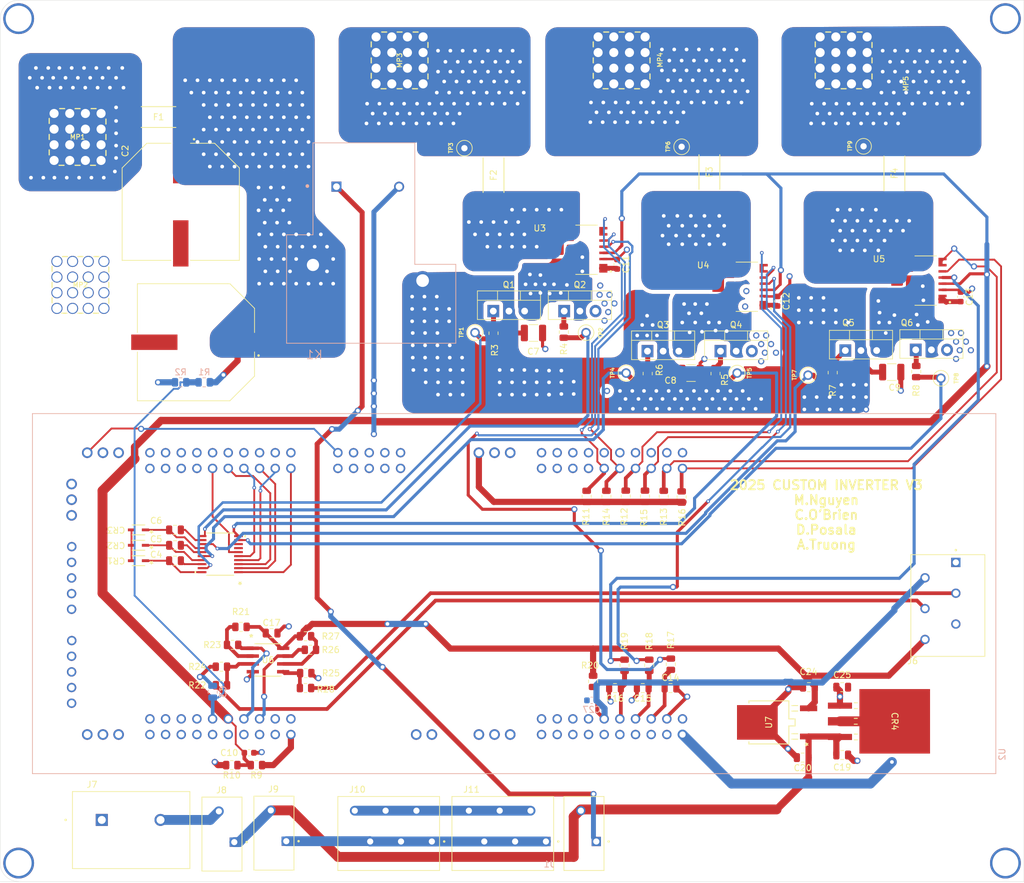
<source format=kicad_pcb>
(kicad_pcb (version 20241229) (generator "pcbnew") (generator_version "9.0")
  (title_block (title "INVERTER") (date "2025-04-21") (rev "2") (company "C.O'Brien, M.Nguyen, D.Posala, A.Truong"))
  (layers (0 "F.Cu" signal) (2 "B.Cu" signal) (13 "F.Paste" user) (15 "B.Paste" user) (5 "F.SilkS" user "F.Silkscreen") (7 "B.SilkS" user "B.Silkscreen") (1 "F.Mask" user) (3 "B.Mask" user) (25 "Edge.Cuts" user))
  (net 0 "")
  (net 1 "+3.3V")
  (net 2 "GND")
  (net 3 "/GateDriver&Power Inputs/CBSTA_HI")
  (net 4 "/GateDriver&Power Inputs/CBSTB_HI")
  (net 5 "/GateDriver&Power Inputs/CBSTC_HI")
  (net 6 "+100VDC")
  (net 7 "+100VDC to Relay")
  (net 8 "/GateDriver&Power Inputs/GHA")
  (net 9 "/GateDriver&Power Inputs/GLA")
  (net 10 "/GateDriver&Power Inputs/GHB")
  (net 11 "/GateDriver&Power Inputs/GLB")
  (net 12 "/GateDriver&Power Inputs/GHC")
  (net 13 "/GateDriver&Power Inputs/GLC")
  (net 14 "/Current sense/ISENC")
  (net 15 "/Current sense/ISENB")
  (net 16 "/Current sense/ISENA")
  (net 17 "/GateDriver&Power Inputs/PVDD")
  (net 18 "/Current sense/3_Out")
  (net 19 "/Current sense/2_Out")
  (net 20 "/Current sense/1_Out")
  (net 21 "Fan_Power")
  (net 22 "Net-(U6-+INA)")
  (net 23 "+12VDC")
  (net 24 "/SHA")
  (net 25 "/SHB")
  (net 26 "/Encoder Input/Temp+")
  (net 27 "/SHC")
  (net 28 "/Current sense/Vref")
  (net 29 "/SEN_100V")
  (net 30 "+12V to relay")
  (net 31 "/MOTB")
  (net 32 "/MOTA")
  (net 33 "/MOTC")
  (net 34 "/Current sense/OCD1_A")
  (net 35 "/Current sense/OCD2_A")
  (net 36 "/Current sense/OCD2_B")
  (net 37 "/Current sense/OCD1_B")
  (net 38 "/Current sense/OCD2_C")
  (net 39 "/Current sense/OCD1_C")
  (net 40 "/INHB")
  (net 41 "/INLA")
  (net 42 "/INLC")
  (net 43 "/INHC")
  (net 44 "/INHA")
  (net 45 "+5V")
  (net 46 "Net-(U6--INA)")
  (net 47 "Net-(U6-+INB)")
  (net 48 "Net-(U6--INB)")
  (net 49 "/Encoder Input/COS_IN")
  (net 50 "/Encoder Input/COS_MCU")
  (net 51 "/Encoder Input/SIN_IN")
  (net 52 "/Encoder Input/SIN_MCU")
  (net 53 "/Current sense/IA-")
  (net 54 "/Current sense/IB-")
  (net 55 "/Current sense/IC-")
  (net 56 "/INLB")
  (net 57 "Net-(Q1-G)")
  (net 58 "Net-(Q2-G)")
  (net 59 "Net-(Q3-G)")
  (net 60 "Net-(Q4-G)")
  (net 61 "Net-(Q5-G)")
  (net 62 "Net-(Q6-G)")
  (net 63 "Net-(J1-Pad1)")
  (net 79 "Net-(U2B-+5V0-PadJ12_4)")
  (net 130 "Net-(U2A-~{XRS}-PadJ2_16)")
  (net 133 "+3.3VDC")
  (footprint "Resistor_SMD:R_0805_2012Metric" (layer "F.Cu") (at 67.877 128.145056)
    (property "Reference" "R22")
    (property "Value" "3K")
  )
  (footprint "5002:KEYSTONE_5002" (layer "F.Cu") (at 127 70.945 90)
    (property "Reference" "TP2")
    (property "Value" "5002")
  )
  (footprint "Capacitor_SMD:C_0805_2012Metric" (layer "F.Cu") (at 168.5356 139.4624)
    (property "Reference" "C19")
    (property "Value" "0.33uF")
  )
  (footprint "DRV8300DIPWR:TSSOP_0DIPWR_TEX" (layer "F.Cu") (at 67.69175 106.875007 180)
    (property "Reference" "U1" (hide yes))
    (property "Value" "DRV8300DIPWR")
  )
  (footprint "Capacitor_SMD:C_1210_3225Metric" (layer "F.Cu") (at 144.025 77.5)
    (property "Reference" "C8")
    (property "Value" "1uF")
  )
  (footprint "Capacitor_SMD:C_0805_2012Metric" (layer "F.Cu") (at 162.1356 139.8904 180)
    (property "Reference" "C20")
    (property "Value" "0.33uF")
  )
  (footprint "L78M05CDT_TR:DPAK_STM-M" (layer "F.Cu") (at 156.6467 134.1764 90)
    (property "Reference" "U7")
    (property "Value" "L78M05CDT-TR")
  )
  (footprint "Capacitor_SMD:C_0603_1608Metric" (layer "F.Cu") (at 72.3695 139.105056)
    (property "Reference" "C10")
    (property "Value" "220nF")
  )
  (footprint "Resistor_SMD:R_0805_2012Metric" (layer "F.Cu") (at 140.7445 124.7375 -90)
    (property "Reference" "R17")
    (property "Value" "220R")
  )
  (footprint "0463030_ER:FUSE_0463_LTF-M" (layer "F.Cu") (at 57.6787 35.965056)
    (property "Reference" "F1")
    (property "Value" "100VDC 50A")
  )
  (footprint "Resistor_SMD:R_0805_2012Metric" (layer "F.Cu") (at 180.54 77.2559 90)
    (property "Reference" "R8")
    (property "Value" "15R")
  )
  (footprint "Resistor_SMD:R_0805_2012Metric" (layer "F.Cu") (at 67.877 125.145056 180)
    (property "Reference" "R24")
    (property "Value" "10k")
  )
  (footprint "Resistor_SMD:R_0805_2012Metric" (layer "F.Cu") (at 130.3 97.5125 90)
    (property "Reference" "R14")
    (property "Value" "4.7K")
  )
  (footprint "PHOENIX_1990041:PHOENIX_1990041" (layer "F.Cu") (at 86.75 158.2)
    (property "Reference" "J10")
    (property "Value" "1990041")
  )
  (footprint "PHOENIX_1990041:PHOENIX_1990041" (layer "F.Cu") (at 105.25 158.2)
    (property "Reference" "J11")
    (property "Value" "1990041")
  )
  (footprint "5002:KEYSTONE_5002" (layer "F.Cu") (at 133.5 77.5 90)
    (property "Reference" "TP4")
    (property "Value" "5002")
  )
  (footprint "Resistor_SMD:R_0805_2012Metric" (layer "F.Cu") (at 133.2445 124.9125 -90)
    (property "Reference" "R19")
    (property "Value" "220R")
  )
  (footprint "Capacitor_SMD:C_0805_2012Metric" (layer "F.Cu") (at 136.1945 128.605056 180)
    (property "Reference" "C15")
    (property "Value" "47nF")
  )
  (footprint "Resistor_SMD:R_0805_2012Metric" (layer "F.Cu") (at 133.44 97.4875 90)
    (property "Reference" "R12")
    (property "Value" "4.7K")
  )
  (footprint "Resistor_SMD:R_0805_2012Metric" (layer "F.Cu") (at 81.5125 128.6)
    (property "Reference" "R28")
    (property "Value" "3K")
  )
  (footprint "Package_TO_SOT_THT:TO-220-3_Vertical" (layer "F.Cu") (at 111.96 67.445)
    (property "Reference" "Q1")
    (property "Value" "IRFB4115PBF")
  )
  (footprint "Resistor_SMD:R_0805_2012Metric" (layer "F.Cu") (at 139.6 97.5125 90)
    (property "Reference" "R13")
    (property "Value" "4.7K")
  )
  (footprint "5002:KEYSTONE_5002" (layer "F.Cu") (at 151.5 77.5 90)
    (property "Reference" "TP5")
    (property "Value" "5002")
  )
  (footprint "Capacitor_SMD:C_0805_2012Metric" (layer "F.Cu") (at 60.35 105.444958)
    (property "Reference" "C5")
    (property "Value" "1uF")
  )
  (footprint "Package_TO_SOT_THT:TO-220-3_Vertical" (layer "F.Cu") (at 136.96 73.945)
    (property "Reference" "Q3")
    (property "Value" "IRFB4115PBF")
  )
  (footprint "Resistor_SMD:R_0805_2012Metric" (layer "F.Cu") (at 73.557 141.105056 180)
    (property "Reference" "R9")
    (property "Value" "4.7K")
  )
  (footprint "TLI4971A:TLI4971A050T5UE0001XUMA1" (layer "F.Cu") (at 152 63.5 180)
    (property "Reference" "U4")
    (property "Value" "TLI4971A050T5E0001XUMA1")
  )
  (footprint "Resistor_SMD:R_0805_2012Metric" (layer "F.Cu") (at 137.2445 124.9125 -90)
    (property "Reference" "R18")
    (property "Value" "220R")
  )
  (footprint "Capacitor_SMD:C_0805_2012Metric" (layer "F.Cu") (at 168.5356 128.4624 180)
    (property "Reference" "C25")
    (property "Value" "0.1uF")
  )
  (footprint "M5 Screw Term 7461383:WP-SHFU_7461383" (layer "F.Cu") (at 132.77 26.77 90)
    (property "Reference" "MP4")
    (property "Value" "7461383")
  )
  (footprint "Capacitor_SMD:C_0603_1608Metric" (layer "F.Cu") (at 158.04 65.845 -90)
    (property "Reference" "C12")
    (property "Value" "220nF")
  )
  (footprint "Package_TO_SOT_THT:TO-220-3_Vertical" (layer "F.Cu") (at 123.46 67.445)
    (property "Reference" "Q2")
    (property "Value" "IRFB4115PBF")
  )
  (footprint "Capacitor_SMD:C_0805_2012Metric" (layer "F.Cu") (at 140.6945 128.605056)
    (property "Reference" "C14")
    (property "Value" "47nF")
  )
  (footprint "0463030_ER:FUSE_0463_LTF-M" (layer "F.Cu") (at 177 45.1058 90)
    (property "Reference" "F4")
    (property "Value" "250VAC 50A")
  )
  (footprint "2P term 1990009:PHOENIX_1990009" (layer "F.Cu") (at 64.714 158.3)
    (property "Reference" "J8")
    (property "Value" "1990009")
  )
  (footprint "TLI4971A:TLI4971A050T5UE0001XUMA1" (layer "F.Cu") (at 181 62.5 180)
    (property "Reference" "U5")
    (property "Value" "TLI4971A050T5E0001XUMA1")
  )
  (footprint "M5 Screw Term 7461383:WP-SHFU_7461383" (layer "F.Cu") (at 44.5545 39.195056)
    (property "Reference" "MP1")
    (property "Value" "7461383")
  )
  (footprint "Package_TO_SOT_THT:TO-220-3_Vertical" (layer "F.Cu") (at 148.8 73.945)
    (property "Reference" "Q4")
    (property "Value" "IRFB4115PBF")
  )
  (footprint "M5 Screw Term 7461383:WP-SHFU_7461383" (layer "F.Cu") (at 168.77 26.77 90)
    (property "Reference" "MP5")
    (property "Value" "7461383")
  )
  (footprint "M5 Screw Term 7461383:WP-SHFU_7461383" (layer "F.Cu") (at 45.0145 63.195056)
    (property "Reference" "MP2")
    (property "Value" "7461383")
  )
  (footprint "Resistor_SMD:R_0805_2012Metric" (layer "F.Cu") (at 112 71.0325 90)
    (property "Reference" "R3")
    (property "Value" "15R")
  )
  (footprint "OP292GSZ-REEL:R_8_ADI" (layer "F.Cu") (at 75.4283 124.050056)
    (property "Reference" "U6")
    (property "Value" "OP292GSZ-REEL")
  )
  (footprint "Resistor_SMD:R_0805_2012Metric" (layer "F.Cu") (at 167 77.4309 90)
    (property "Reference" "R7")
    (property "Value" "15R")
  )
  (footprint "5002:KEYSTONE_5002" (layer "F.Cu") (at 172 40.7116 90)
    (property "Reference" "TP9")
    (property "Value" "5002")
  )
  (footprint "Resistor_SMD:R_0805_2012Metric" (layer "F.Cu") (at 136.56 97.4875 90)
    (property "Reference" "R15")
    (property "Value" "4.7K")
  )
  (footprint "5002:KEYSTONE_5002" (layer "F.Cu") (at 184.54 78.3434 90)
    (property "Reference" "TP8")
    (property "Value" "5002")
  )
  (footprint "Resistor_SMD:R_0805_2012Metric" (layer "F.Cu") (at 127.1 97.5125 90)
    (property "Reference" "R11")
    (property "Value" "4.7K")
  )
  (footprint "BAV20WS-TP:CR_SOD-323_MCC" (layer "F.Cu") (at 54.4303 105.444958 180)
    (property "Reference" "CR2")
    (property "Value" "~")
  )
  (footprint "PHOENIX_1990041:PHOENIX_1990041" (layer "F.Cu") (at 191.6645 123.468306 90)
    (property "Reference" "J6")
    (property "Value" "1990041")
  )
  (footprint "Resistor_SMD:R_0805_2012Metric" (layer "F.Cu") (at 71.052 118.685056 180)
    (property "Reference" "R21")
    (property "Value" "10k")
  )
  (footprint "Resistor_SMD:R_0805_2012Metric" (layer "F.Cu") (at 128.1445 127.517556 90)
    (property "Reference" "R20")
    (property "Value" "5.36k")
  )
  (footprint "Resistor_SMD:R_0805_2012Metric" (layer "F.Cu") (at 142.5 97.6125 90)
    (property "Reference" "R16")
    (property "Value" "4.7K")
  )
  (footprint "Resistor_SMD:R_0805_2012Metric" (layer "F.Cu") (at 81.5125 120.2)
    (property "Reference" "R27")
    (property "Value" "10k")
  )
  (footprint "Package_TO_SOT_THT:TO-220-3_Vertical" (layer "F.Cu") (at 169.04 73.8434)
    (property "Reference" "Q5")
    (property "Value" "IRFB4115PBF")
  )
  (footprint "0463030_ER:FUSE_0463_LTF-M" (layer "F.Cu") (at 147 44.8942 90)
    (property "Reference" "F3")
    (property "Value" "250VAC 50A")
  )
  (footprint "M5 Screw Term 7461383:WP-SHFU_7461383" (layer "F.Cu") (at 96.77 26.77 90)
    (property "Reference" "MP3")
    (property "Value" "7461383")
  )
  (footprint "5002:KEYSTONE_5002" (layer "F.Cu") (at 109 70.945 90)
    (property "Reference" "TP1")
    (property "Value" "5002")
  )
  (footprint "Resistor_SMD:R_0805_2012Metric" (layer "F.Cu") (at 137 77.5875 90)
    (property "Reference" "R6")
    (property "Value" "15R")
  )
  (footprint "Capacitor_SMD:C_1210_3225Metric" (layer "F.Cu") (at 176.565 77.3434)
    (property "Reference" "C9")
    (property "Value" "1uF")
  )
  (footprint "0463030_ER:FUSE_0463_LTF-M" (layer "F.Cu") (at 112 45.3942 90)
    (property "Reference" "F2")
    (property "Value" "250VAC 50A")
  )
  (footprint "Capacitor_SMD:C_0603_1608Metric" (layer "F.Cu") (at 132.04 59.845 -90)
    (property "Reference" "C11")
    (property "Value" "220nF")
  )
  (footprint "2P term 1990009:PHOENIX_1990009" (layer "F.Cu") (at 73.1415 158.15)
    (property "Reference" "J9")
    (property "Value" "1990009")
  )
  (footprint "5002:KEYSTONE_5002" (layer "F.Cu") (at 142.5 40.7884 90)
    (property "Reference" "TP6")
    (property "Value" "5002")
  )
  (footprint "Capacitor_SMD:C_0805_2012Metric" (layer "F.Cu") (at 131.6945 128.605056 180)
    (property "Reference" "C16")
    (property "Value" "47nF")
  )
  (footprint "EEV_FK2A331M:CAP_EEVFK2A331M" (layer "F.Cu") (at 63.75 72.5 180)
    (property "Reference" "C1" (hide yes))
    (property "Value" "330 µF")
  )
  (footprint "Resistor_SMD:R_0805_2012Metric" (layer "F.Cu") (at 82.3125 122.4)
    (property "Reference" "R26")
    (property "Value" "3K")
  )
  (footprint "5002:KEYSTONE_5002" (layer "F.Cu") (at 163 77.8434 90)
    (property "Reference" "TP7")
    (property "Value" "5002")
  )
  (footprint "EEV_FK2A331M:CAP_EEVFK2A331M" (layer "F.Cu") (at 61.2845 49.715056 -90)
    (property "Reference" "C2")
    (property "Value" "330 µF")
  )
  (footprint "Resistor_SMD:R_0805_2012Metric" (layer "F.Cu") (at 81.552 126.185056)
    (property "Reference" "R25")
    (property "Value" "10k")
  )
  (footprint "Resistor_SMD:R_0805_2012Metric" (layer "F.Cu") (at 69.6875 121.6 180)
    (property "Reference" "R23")
    (property "Value" "3K")
  )
  (footprint "Capacitor_SMD:C_0603_1608Metric" (layer "F.Cu") (at 187.74 65.1334 -90)
    (property "Reference" "C13")
    (property "Value" "220nF")
  )
  (footprint "BAV20WS-TP:CR_SOD-323_MCC" (layer "F.Cu") (at 54.4303 102.944958 180)
    (property "Reference" "CR3")
    (property "Value" "~")
  )
  (footprint "Resistor_SMD:R_0805_2012Metric" (layer "F.Cu") (at 69.557 141.105056 180)
    (property "Reference" "R10")
    (property "Value" "4.7K")
  )
  (footprint "Capacitor_SMD:C_0805_2012Metric" (layer "F.Cu") (at 60.35 102.944958)
    (property "Reference" "C6")
    (property "Value" "1uF")
  )
  (footprint "TLI4971A:TLI4971A050T5UE0001XUMA1" (layer "F.Cu") (at 126 57.5 180)
    (property "Reference" "U3")
    (property "Value" "TLI4971A050T5E0001XUMA1")
  )
  (footprint "Capacitor_SMD:C_1210_3225Metric" (layer "F.Cu") (at 118.475 71)
    (property "Reference" "C7")
    (property "Value" "1uF")
  )
  (footprint "Capacitor_SMD:C_0805_2012Metric" (layer "F.Cu") (at 163.1356 128.4624 180)
    (property "Reference" "C24")
    (property "Value" "0.1uF")
  )
  (footprint "Package_TO_SOT_THT:TO-220-3_Vertical" (layer "F.Cu") (at 180.46 73.7334)
    (property "Reference" "Q6")
    (property "Value" "IRFB4115PBF")
  )
  (footprint "1714971:PHOENIX_1714971" (layer "F.Cu") (at 43.72 157.9)
    (property "Reference" "J7")
    (property "Value" "1714971")
  )
  (footprint "LD1085D2M33R:D2PAK&slash_A_STM" (layer "F.Cu") (at 177.0527 134 -90)
    (property "Reference" "CR4")
    (property "Value" "LD1085D2M33R")
  )
  (footprint "Resistor_SMD:R_0805_2012Metric" (layer "F.Cu") (at 123.4 70.8575 90)
    (property "Reference" "R4")
    (property "Value" "15R")
  )
  (footprint "Capacitor_SMD:C_0805_2012Metric" (layer "F.Cu") (at 76.0145 119.685056)
    (property "Reference" "C17")
    (property "Value" "0.1uF")
  )
  (footprint "Resistor_SMD:R_0805_2012Metric" (layer "F.Cu") (at 148 77.5875 90)
    (property "Reference" "R5")
    (property "Value" "15R")
  )
  (footprint "5002:KEYSTONE_5002" (layer "F.Cu") (at 107.277212 41.0158 90)
    (property "Reference" "TP3")
    (property "Value" "5002")
  )
  (footprint "2P term 1990009:PHOENIX_1990009" (layer "F.Cu") (at 123.414 158.2)
    (property "Reference" "J1")
    (property "Value" "1990009")
  )
  (footprint "BAV20WS-TP:CR_SOD-323_MCC" (layer "F.Cu") (at 54.4303 107.944958 180)
    (property "Reference" "CR1")
    (property "Value" "~")
  )
  (footprint "Capacitor_SMD:C_0805_2012Metric" (layer "F.Cu") (at 60.35 107.944958)
    (property "Reference" "C4")
    (property "Value" "1uF")
  )
  (footprint "T9AS1D12_12:TE_1-1393210-3" (layer "B.Cu") (at 86.53 47.26)
    (property "Reference" "K1")
    (property "Value" "1-1393210-3")
  )
  (footprint "LAUNCHXL-F280049C:MODULE_LAUNCHXL-F280049C" (layer "B.Cu") (at 115.3395 113.285056 90)
    (property "Reference" "U2")
    (property "Value" "LAUNCHXL-F280049C")
  )
  (footprint "Resistor_SMD:R_0805_2012Metric" (layer "B.Cu") (at 65.0875 79 180)
    (property "Reference" "R1")
    (property "Value" "97.6K")
  )
  (footprint "Resistor_SMD:R_0805_2012Metric" (layer "B.Cu") (at 61.2625 79 180)
    (property "Reference" "R2")
    (property "Value" "3K")
  )
  (footprint "Capacitor_SMD:C_0805_2012Metric" (layer "B.Cu") (at 66.4645 129.195056 90)
    (property "Reference" "C3")
    (property "Value" "0.1uF")
  )
  (footprint "Capacitor_SMD:C_0603_1608Metric" (layer "B.Cu") (at 127.9195 130.605056 180)
    (property "Reference" "C27")
    (property "Value" "220nF")
  )
  (gr_line (start 198 17) (end 35 17) (stroke (width 0.05)) (layer "Edge.Cuts"))
  (gr_arc (start 32 20) (mid 32.87868 17.87868) (end 35 17) (stroke (width 0.05)) (layer "Edge.Cuts"))
  (gr_line (start 32 20) (end 32 157) (stroke (width 0.05)) (layer "Edge.Cuts"))
  (gr_line (start 32 160) (end 198 160) (stroke (width 0.05)) (layer "Edge.Cuts"))
  (gr_line (start 198 160) (end 198 17) (stroke (width 0.05)) (layer "Edge.Cuts"))
  (gr_arc (start 35 160) (mid 32.87868 159.12132) (end 32 157) (stroke (width 0.05)) (layer "Edge.Cuts"))
  (gr_text "2025 CUSTOM INVERTER V3\nM.Nguyen\nC.O'Brien\nD.Posala\nA.Truong" (at 165.9645 106.218306 0) (layer "F.SilkS") (effects (font (size 1.5 1.5) (thickness 0.3) (bold yes)) (justify bottom)))
  (via (at 35 20) (size 5) (drill 4.2) (layers "F.Cu" "B.Cu") (net 0))
  (via (at 195 20) (size 5) (drill 4.2) (layers "F.Cu" "B.Cu") (net 0))
  (via (at 195 157) (size 5) (drill 4.2) (layers "F.Cu" "B.Cu") (net 0))
  (via (at 35 157) (size 5) (drill 4.2) (layers "F.Cu" "B.Cu") (net 0))
  (segment (start 184.9 65.5) (end 185.4 66) (width 0.8) (layer "F.Cu") (net 1))
  (segment (start 131.92 60.5) (end 132.04 60.62) (width 0.8) (layer "F.Cu") (net 1))
  (segment (start 184.5 65.5) (end 184.9 65.5) (width 0.8) (layer "F.Cu") (net 1))
  (segment (start 185.4916 65.9084) (end 187.74 65.9084) (width 0.8) (layer "F.Cu") (net 1))
  (segment (start 155.5 66.5) (end 157.92 66.5) (width 0.8) (layer "F.Cu") (net 1))
  (segment (start 157.92 66.5) (end 158.04 66.62) (width 0.8) (layer "F.Cu") (net 1))
  (segment (start 185.4 66) (end 185.4916 65.9084) (width 0.8) (layer "F.Cu") (net 1))
  (segment (start 129.5 60.5) (end 131.92 60.5) (width 0.8) (layer "F.Cu") (net 1))
  (segment (start 132.04 59.07) (end 131.97 59) (width 0.4) (layer "F.Cu") (net 2))
  (segment (start 154.7798 134.1764) (end 155.4716 134.1764) (width 1) (layer "F.Cu") (net 2))
  (segment (start 132.04 59.07) (end 132.09 59.07) (width 0.4) (layer "F.Cu") (net 2))
  (segment (start 187.74 64.3584) (end 189.0416 64.3584) (width 0.6) (layer "F.Cu") (net 2))
  (segment (start 178 80.4) (end 178.04 80.36) (width 0.8) (layer "F.Cu") (net 2))
  (segment (start 68.6445 141.105056) (end 67.305056 141.105056) (width 1) (layer "F.Cu") (net 2))
  (segment (start 135.2445 128.605056) (end 135.2445 129.7555) (width 0.6) (layer "F.Cu") (net 2))
  (segment (start 72.9645 125.955056) (end 72.9645 126.2355) (width 0.6) (layer "F.Cu") (net 2))
  (segment (start 119.95 71) (end 119.95 73.15) (width 0.5) (layer "F.Cu") (net 2))
  (segment (start 130.7445 130.5445) (end 131 130.8) (width 0.6) (layer "F.Cu") (net 2))
  (segment (start 130.7445 128.605056) (end 130.7445 130.5445) (width 0.6) (layer "F.Cu") (net 2))
  (segment (start 140.1045 133.605056) (end 140.1045 133.2955) (width 0.6) (layer "F.Cu") (net 2))
  (segment (start 135.2445 129.7555) (end 134.4 130.6) (width 0.6) (layer "F.Cu") (net 2))
  (segment (start 145.5 77.5) (end 145.5 75.9) (width 0.5) (layer "F.Cu") (net 2))
  (segment (start 133.625 57.535) (end 133.625 57.48) (width 0.4) (layer "F.Cu") (net 2))
  (segment (start 160.04 61.84) (end 160 61.8) (width 0.5) (layer "F.Cu") (net 2))
  (segment (start 78.049556 118.6) (end 78.8 118.6) (width 0.6) (layer "F.Cu") (net 2))
  (segment (start 168.1754 129.0522) (end 167.5856 128.4624) (width 1) (layer "F.Cu") (net 2))
  (segment (start 178.04 77.3434) (end 178.04 80.36) (width 0.8) (layer "F.Cu") (net 2))
  (segment (start 158.04 65.07) (end 158.09 65.07) (width 0.5) (layer "F.Cu") (net 2))
  (segment (start 159.8 129.1562) (end 154.7798 134.1764) (width 1) (layer "F.Cu") (net 2))
  (segment (start 73.1445 139.105056) (end 74.294944 139.105056) (width 0.6) (layer "F.Cu") (net 2))
  (segment (start 66.9645 125.145056) (end 66.054944 125.145056) (width 0.6) (layer "F.Cu") (net 2))
  (segment (start 160.1376 128.4624) (end 159.8 128.8) (width 1) (layer "F.Cu") (net 2))
  (segment (start 169.4856 139.4624) (end 170.4232 140.4) (width 1) (layer "F.Cu") (net 2))
  (segment (start 155.4716 134.1764) (end 159.7476 138.4524) (width 1) (layer "F.Cu") (net 2))
  (segment (start 168.1754 131.46) (end 168.1754 130) (width 1) (layer "F.Cu") (net 2))
  (segment (start 76.9645 119.685056) (end 78.049556 118.6) (width 0.6) (layer "F.Cu") (net 2))
  (segment (start 157.97 65) (end 158.04 65.07) (width 0.5) (layer "F.Cu") (net 2))
  (segment (start 74.294944 139.105056) (end 74.4 139) (width 0.6) (layer "F.Cu") (net 2))
  (segment (start 119.95 73.15) (end 120.4 73.6) (width 0.5) (layer "F.Cu") (net 2))
  (segment (start 66.054944 125.145056) (end 64.4 126.8) (width 0.6) (layer "F.Cu") (net 2))
  (segment (start 155.87 65.07) (end 155.8 65) (width 0.4) (layer "F.Cu") (net 2))
  (segment (start 162.1856 128.4624) (end 160.1376 128.4624) (width 1) (layer "F.Cu") (net 2))
  (segment (start 145.5 75.9) (end 146.2 75.2) (width 0.5) (layer "F.Cu") (net 2))
  (segment (start 67.305056 141.105056) (end 66.8 140.6) (width 1) (layer "F.Cu") (net 2))
  (segment (start 158.09 65.07) (end 160.04 63.12) (width 0.5) (layer "F.Cu") (net 2))
  (segment (start 158.04 65.07) (end 155.87 65.07) (width 0.4) (layer "F.Cu") (net 2))
  (segment (start 159.7476 138.4524) (end 161.1856 139.8904) (width 1) (layer "F.Cu") (net 2))
  (segment (start 187.3816 64) (end 187.74 64.3584) (width 0.4) (layer "F.Cu") (net 2))
  (segment (start 184.8 64) (end 187.3816 64) (width 0.4) (layer "F.Cu") (net 2))
  (segment (start 140.1045 133.2955) (end 143.4 130) (width 0.6) (layer "F.Cu") (net 2))
  (segment (start 132.04 59.065) (end 133.625 57.48) (width 0.4) (layer "F.Cu") (net 2))
  (segment (start 170.4232 140.4) (end 171 140.4) (width 1) (layer "F.Cu") (net 2))
  (segment (start 82.4645 126.185056) (end 83.279444 127) (width 0.6) (layer "F.Cu") (net 2))
  (segment (start 168.1754 130) (end 168.1754 129.0522) (width 1) (layer "F.Cu") (net 2))
  (segment (start 159.8 128.8) (end 159.8 129.1562) (width 1) (layer "F.Cu") (net 2))
  (segment (start 141.6445 128.605056) (end 143.039444 130) (width 0.6) (layer "F.Cu") (net 2))
  (segment (start 143.039444 130) (end 143.4 130) (width 0.6) (layer "F.Cu") (net 2))
  (segment (start 160 61.8) (end 159.855 61.945) (width 0.5) (layer "F.Cu") (net 2))
  (segment (start 72.9645 126.2355) (end 72 127.2) (width 0.6) (layer "F.Cu") (net 2))
  (segment (start 187.74 64.3584) (end 187.84 64.3584) (width 0.4) (layer "F.Cu") (net 2))
  (segment (start 160.04 63.12) (end 160.04 61.84) (width 0.5) (layer "F.Cu") (net 2))
  (segment (start 132.04 59.07) (end 132.04 59.065) (width 0.4) (layer "F.Cu") (net 2))
  (segment (start 131.97 59) (end 129.8 59) (width 0.4) (layer "F.Cu") (net 2))
  (segment (start 83.279444 127) (end 83.6 127) (width 0.6) (layer "F.Cu") (net 2))
  (segment (start 189.0416 64.3584) (end 189.6 63.8) (width 0.6) (layer "F.Cu") (net 2))
  (via (at 189.6 63.8) (size 1) (drill 0.6) (layers "F.Cu" "B.Cu") (net 2))
  (via (at 131 130.8) (size 1) (drill 0.6) (layers "F.Cu" "B.Cu") (net 2))
  (via (at 129.3 63.3) (size 1) (drill 0.6) (layers "F.Cu" "B.Cu") (net 2))
  (via (at 131.6 66.2) (size 1) (drill 0.6) (layers "F.Cu" "B.Cu") (net 2))
  (via (at 154.6 71.4) (size 1) (drill 0.6) (layers "F.Cu" "B.Cu") (net 2))
  (via (at 133.625 57.48) (size 1) (drill 0.6) (layers "F.Cu" "B.Cu") (net 2))
  (via (at 157.8 74.2) (size 1) (drill 0.6) (layers "F.Cu" "B.Cu") (net 2))
  (via (at 72 127.2) (size 1) (drill 0.6) (layers "F.Cu" "B.Cu") (net 2))
  (via (at 146.2 75.2) (size 1) (drill 0.6) (layers "F.Cu" "B.Cu") (net 2))
  (via (at 189.4 73.8) (size 1) (drill 0.6) (layers "F.Cu" "B.Cu") (net 2))
  (via (at 156.2 71.4) (size 1) (drill 0.6) (layers "F.Cu" "B.Cu") (net 2))
  (via (at 130 69) (size 1) (drill 0.6) (layers "F.Cu" "B.Cu") (net 2))
  (via (at 120.4 73.6) (size 1) (drill 0.6) (layers "F.Cu" "B.Cu") (net 2))
  (via (at 143.4 130) (size 1) (drill 0.6) (layers "F.Cu" "B.Cu") (net 2))
  (via (at 187 72.4) (size 1) (drill 0.6) (layers "F.Cu" "B.Cu") (net 2))
  (via (at 187 75.2) (size 1) (drill 0.6) (layers "F.Cu" "B.Cu") (net 2))
  (via (at 92.6 82.9) (size 1) (drill 0.6) (layers "F.Cu" "B.Cu") (net 2))
  (via (at 74.4 139) (size 1) (drill 0.6) (layers "F.Cu" "B.Cu") (net 2))
  (via (at 156 74.2) (size 1) (drill 0.6) (layers "F.Cu" "B.Cu") (net 2))
  (via (at 178.04 80.36) (size 1) (drill 0.6) (layers "F.Cu" "B.Cu") (net 2))
  (via (at 92.6 78.7) (size 1) (drill 0.6) (layers "F.Cu" "B.Cu") (net 2))
  (via (at 187.6 73.8) (size 1) (drill 0.6) (layers "F.Cu" "B.Cu") (net 2))
  (via (at 159.8 128.8) (size 1) (drill 0.6) (layers "F.Cu" "B.Cu") (net 2))
  (via (at 157 72.8) (size 1) (drill 0.6) (layers "F.Cu" "B.Cu") (net 2))
  (via (at 155.4 75.6) (size 1) (drill 0.6) (layers "F.Cu" "B.Cu") (net 2))
  (via (at 129.2 64.8) (size 1) (drill 0.6) (layers "F.Cu" "B.Cu") (net 2))
  (via (at 134.4 130.6) (size 1) (drill 0.6) (layers "F.Cu" "B.Cu") (net 2))
  (via (at 83.6 127) (size 1) (drill 0.6) (layers "F.Cu" "B.Cu") (net 2))
  (via (at 188.6 72.4) (size 1) (drill 0.6) (layers "F.Cu" "B.Cu") (net 2))
  (via (at 66.8 140.6) (size 1) (drill 0.6) (layers "F.Cu" "B.Cu") (net 2))
  (via (at 187.8 71) (size 1) (drill 0.6) (layers "F.Cu" "B.Cu") (net 2))
  (via (at 171 140.4) (size 1) (drill 0.6) (layers "F.Cu" "B.Cu") (net 2))
  (via (at 92.6 87.4) (size 1) (drill 0.6) (layers "F.Cu" "B.Cu") (net 2))
  (via (at 130.6 67.6) (size 1) (drill 0.6) (layers "F.Cu" "B.Cu") (net 2))
  (via (at 159.7476 138.4524) (size 1) (drill 0.6) (layers "F.Cu" "B.Cu") (net 2))
  (via (at 92.6 80.8) (size 1) (drill 0.6) (layers "F.Cu" "B.Cu") (net 2))
  (via (at 64.4 126.8) (size 1) (drill 0.6) (layers "F.Cu" "B.Cu") (net 2))
  (via (at 155.4 72.8) (size 1) (drill 0.6) (layers "F.Cu" "B.Cu") (net 2))
  (via (at 130 66.2) (size 1) (drill 0.6) (layers "F.Cu" "B.Cu") (net 2))
  (via (at 160 61.8) (size 1) (drill 0.6) (layers "F.Cu" "B.Cu") (net 2))
  (via (at 186.2 71) (size 1) (drill 0.6) (layers "F.Cu" "B.Cu") (net 2))
  (via (at 130.8 64.8) (size 1) (drill 0.6) (layers "F.Cu" "B.Cu") (net 2))
  (via (at 78.8 118.6) (size 1) (drill 0.6) (layers "F.Cu" "B.Cu") (net 2))
  (via (at 168.1754 130) (size 1) (drill 0.6) (layers "F.Cu" "B.Cu") (net 2))
  (via (at 57.6 79) (size 1) (drill 0.6) (layers "F.Cu" "B.Cu") (net 2))
  (segment (start 92.6 80.8) (end 92.6 82.9) (width 0.8) (layer "B.Cu") (net 2))
  (segment (start 60.35 79) (end 57.6 79) (width 1) (layer "B.Cu") (net 2))
  (segment (start 92.6 78.7) (end 92.6 80.8) (width 0.8) (layer "B.Cu") (net 2))
  (segment (start 92.6 51.35) (end 92.6 78.7) (width 0.8) (layer "B.Cu") (net 2))
  (segment (start 65.019444 126.8) (end 64.6 126.8) (width 0.6) (layer "B.Cu") (net 2))
  (segment (start 66.4645 128.245056) (end 65.019444 126.8) (width 0.6) (layer "B.Cu") (net 2))
  (segment (start 96.69 47.26) (end 92.6 51.35) (width 0.8) (layer "B.Cu") (net 2))
  (segment (start 118 148.5) (end 89.5 148.5) (width 1.6) (layer "B.Cu") (net 2))
  (segment (start 92.6 82.9) (end 92.6 87.4) (width 0.8) (layer "B.Cu") (net 2))
  (segment (start 61.254986 109.799944) (end 64.739 109.799944) (width 0.3) (layer "F.Cu") (net 3))
  (segment (start 55.5606 107.944958) (end 59.4 107.944958) (width 0.3) (layer "F.Cu") (net 3))
  (segment (start 59.4 107.944958) (end 61.254986 109.799944) (width 0.3) (layer "F.Cu") (net 3))
  (segment (start 60.476 106.520958) (end 59.4 105.444958) (width 0.3) (layer "F.Cu") (net 4))
  (segment (start 61.80587 106.520958) (end 60.476 106.520958) (width 0.3) (layer "F.Cu") (net 4))
  (segment (start 64.739 107.849986) (end 63.134898 107.849986) (width 0.3) (layer "F.Cu") (net 4))
  (segment (start 63.134898 107.849986) (end 61.80587 106.520958) (width 0.3) (layer "F.Cu") (net 4))
  (segment (start 55.5606 105.444958) (end 59.4 105.444958) (width 0.3) (layer "F.Cu") (net 4))
  (segment (start 59.4 102.944958) (end 60.6 104.144958) (width 0.3) (layer "F.Cu") (net 5))
  (segment (start 60.6 104.144958) (end 61.89574 104.144958) (width 0.3) (layer "F.Cu") (net 5))
  (segment (start 61.89574 104.144958) (end 63.65081 105.900028) (width 0.3) (layer "F.Cu") (net 5))
  (segment (start 55.5606 102.944958) (end 59.4 102.944958) (width 0.3) (layer "F.Cu") (net 5))
  (segment (start 63.65081 105.900028) (end 64.739 105.900028) (width 0.3) (layer "F.Cu") (net 5))
  (segment (start 117 71) (end 115.6 71) (width 0.8) (layer "F.Cu") (net 6))
  (segment (start 114.5 69.9) (end 114.5 67.445) (width 0.8) (layer "F.Cu") (net 6))
  (segment (start 175.09 77.3434) (end 173.3434 77.3434) (width 0.8) (layer "F.Cu") (net 6))
  (segment (start 171.58 75.58) (end 171.58 73.8434) (width 0.8) (layer "F.Cu") (net 6))
  (segment (start 173.3434 77.3434) (end 171.58 75.58) (width 0.8) (layer "F.Cu") (net 6))
  (segment (start 139.5 73.945) (end 139.5 74.45) (width 0.8) (layer "F.Cu") (net 6))
  (segment (start 115.6 71) (end 114.5 69.9) (width 0.8) (layer "F.Cu") (net 6))
  (segment (start 139.5 74.45) (end 142.55 77.5) (width 0.8) (layer "F.Cu") (net 6))
  (via (at 102.9 75) (size 1) (drill 0.6) (layers "F.Cu" "B.Cu") (net 6))
  (via (at 121 79) (size 1) (drill 0.6) (layers "F.Cu" "B.Cu") (net 6))
  (via (at 165.5 67.3) (size 1) (drill 0.6) (layers "F.Cu" "B.Cu") (net 6))
  (via (at 115 81) (size 1) (drill 0.6) (layers "F.Cu" "B.Cu") (net 6))
  (via (at 144.5 83.3) (size 1) (drill 0.6) (layers "F.Cu" "B.Cu") (net 6))
  (via (at 104.9 73) (size 1) (drill 0.6) (layers "F.Cu" "B.Cu") (net 6))
  (via (at 103 77) (size 1) (drill 0.6) (layers "F.Cu" "B.Cu") (net 6))
  (via (at 137.8 69.7) (size 1) (drill 0.6) (layers "F.Cu" "B.Cu") (net 6))
  (via (at 167.5 69.3) (size 1) (drill 0.6) (layers "F.Cu" "B.Cu") (net 6))
  (via (at 168.4 81.4) (size 1) (drill 0.6) (layers "F.Cu" "B.Cu") (net 6))
  (via (at 170.4 83.4) (size 1) (drill 0.6) (layers "F.Cu" "B.Cu") (net 6))
  (via (at 123 77.1) (size 1) (drill 0.6) (layers "F.Cu" "B.Cu") (net 6))
  (via (at 168.4 83.4) (size 1) (drill 0.6) (layers "F.Cu" "B.Cu") (net 6))
  (via (at 103 79) (size 1) (drill 0.6) (layers "F.Cu" "B.Cu") (net 6))
  (via (at 104.9 75) (size 1) (drill 0.6) (layers "F.Cu" "B.Cu") (net 6))
  (via (at 117 77) (size 1) (drill 0.6) (layers "F.Cu" "B.Cu") (net 6))
  (via (at 103 81) (size 1) (drill 0.6) (layers "F.Cu" "B.Cu") (net 6))
  (via (at 153.4 81.7) (size 1) (drill 0.6) (layers "F.Cu" "B.Cu") (net 6))
  (via (at 170.4 81.4) (size 1) (drill 0.6) (layers "F.Cu" "B.Cu") (net 6))
  (via (at 141.4 81.7) (size 1) (drill 0.6) (layers "F.Cu" "B.Cu") (net 6))
  (via (at 163.5 67.3) (size 1) (drill 0.6) (layers "F.Cu" "B.Cu") (net 6))
  (via (at 117 81) (size 1) (drill 0.6) (layers "F.Cu" "B.Cu") (net 6))
  (via (at 117 79) (size 1) (drill 0.6) (layers "F.Cu" "B.Cu") (net 6))
  (via (at 105 81) (size 1) (drill 0.6) (layers "F.Cu" "B.Cu") (net 6))
  (via (at 113 79) (size 1) (drill 0.6) (layers "F.Cu" "B.Cu") (net 6))
  (via (at 165.5 65.3) (size 1) (drill 0.6) (layers "F.Cu" "B.Cu") (net 6))
  (via (at 134.6 83.3) (size 1) (drill 0.6) (layers "F.Cu" "B.Cu") (net 6))
  (via (at 161.5 69.3) (size 1) (drill 0.6) (layers "F.Cu" "B.Cu") (net 6))
  (via (at 138.4 80.4) (size 1) (drill 0.6) (layers "F.Cu" "B.Cu") (net 6))
  (via (at 145.4 81.7) (size 1) (drill 0.6) (layers "F.Cu" "B.Cu") (net 6))
  (via (at 161.5 67.3) (size 1) (drill 0.6) (layers "F.Cu" "B.Cu") (net 6))
  (via (at 170.4 79.4) (size 1) (drill 0.6) (layers "F.Cu" "B.Cu") (net 6))
  (via (at 136.6 83.3) (size 1) (drill 0.6) (layers "F.Cu" "B.Cu") (net 6))
  (via (at 132.5 80.4) (size 1) (drill 0.6) (layers "F.Cu" "B.Cu") (net 6))
  (via (at 152.4 80.4) (size 1) (drill 0.6) (layers "F.Cu" "B.Cu") (net 6))
  (via (at 143.4 81.7) (size 1) (drill 0.6) (layers "F.Cu" "B.Cu") (net 6))
  (via (at 113 77) (size 1) (drill 0.6) (layers "F.Cu" "B.Cu") (net 6))
  (via (at 169.5 69.3) (size 1) (drill 0.6) (layers "F.Cu" "B.Cu") (net 6))
  (via (at 163.5 65.3) (size 1) (drill 0.6) (layers "F.Cu" "B.Cu") (net 6))
  (via (at 105 79) (size 1) (drill 0.6) (layers "F.Cu" "B.Cu") (net 6))
  (via (at 168.4 79.4) (size 1) (drill 0.6) (layers "F.Cu" "B.Cu") (net 6))
  (via (at 139.4 81.7) (size 1) (drill 0.6) (layers "F.Cu" "B.Cu") (net 6))
  (via (at 162.4 83.4) (size 1) (drill 0.6) (layers "F.Cu" "B.Cu") (net 6))
  (via (at 102.9 73) (size 1) (drill 0.6) (layers "F.Cu" "B.Cu") (net 6))
  (via (at 98.9 75) (size 1) (drill 0.6) (layers "F.Cu" "B.Cu") (net 6))
  (via (at 154.5 83.3) (size 1) (drill 0.6) (layers "F.Cu" "B.Cu") (net 6))
  (via (at 150.5 83.3) (size 1) (drill 0.6) (layers "F.Cu" "B.Cu") (net 6))
  (via (at 162.4 81.4) (size 1) (drill 0.6) (layers "F.Cu" "B.Cu") (net 6))
  (via (at 134.5 80.4) (size 1) (drill 0.6) (layers "F.Cu" "B.Cu") (net 6))
  (via (at 100.9 71) (size 1) (drill 0.6) (layers "F.Cu" "B.Cu") (net 6))
  (via (at 101 79) (size 1) (drill 0.6) (layers "F.Cu" "B.Cu") (net 6))
  (via (at 102.9 71) (size 1) (drill 0.6) (layers "F.Cu" "B.Cu") (net 6))
  (via (at 106.9 75) (size 1) (drill 0.6) (layers "F.Cu" "B.Cu") (net 6))
  (via (at 166.5 81.4) (size 1) (drill 0.6) (layers "F.Cu" "B.Cu") (net 6))
  (via (at 138.5 71.4) (size 1) (drill 0.6) (layers "F.Cu" "B.Cu") (net 6))
  (via (at 135.5 81.7) (size 1) (drill 0.6) (layers "F.Cu" "B.Cu") (net 6))
  (via (at 144.5 80.4) (size 1) (drill 0.6) (layers "F.Cu" "B.Cu") (net 6))
  (via (at 172.4 81.4) (size 1) (drill 0.6) (layers "F.Cu" "B.Cu") (net 6))
  (via (at 98.8 65.1) (size 1) (drill 0.6) (layers "F.Cu" "B.Cu") (net 6))
  (via (at 138.5 83.3) (size 1) (drill 0.6) (layers "F.Cu" "B.Cu") (net 6))
  (via (at 123 80.9) (size 1) (drill 0.6) (layers "F.Cu" "B.Cu") (net 6))
  (via (at 142.5 83.3) (size 1) (drill 0.6) (layers "F.Cu" "B.Cu") (net 6))
  (via (at 136.9 71.4) (size 1) (drill 0.6) (layers "F.Cu" "B.Cu") (net 6))
  (via (at 113 81) (size 1) (drill 0.6) (layers "F.Cu" "B.Cu") (net 6))
  (via (at 149.5 81.7) (size 1) (drill 0.6) (layers "F.Cu" "B.Cu") (net 6))
  (via (at 100.9 73) (size 1) (drill 0.6) (layers "F.Cu" "B.Cu") (net 6))
  (via (at 98.9 71) (size 1) (drill 0.6) (layers "F.Cu" "B.Cu") (net 6))
  (via (at 115 79) (size 1) (drill 0.6) (layers "F.Cu" "B.Cu") (net 6))
  (via (at 102.8 67.1) (size 1) (drill 0.6) (layers "F.Cu" "B.Cu") (net 6))
  (via (at 147.5 81.7) (size 1) (drill 0.6) (layers "F.Cu" "B.Cu") (net 6))
  (via (at 140.4 80.4) (size 1) (drill 0.6) (layers "F.Cu" "B.Cu") (net 6))
  (via (at 150.4 80.4) (size 1) (drill 0.6) (layers "F.Cu" "B.Cu") (net 6))
  (via (at 121 81) (size 1) (drill 0.6) (layers "F.Cu" "B.Cu") (net 6))
  (via (at 100.8 69.1) (size 1) (drill 0.6) (layers "F.Cu" "B.Cu") (net 6))
  (via (at 123 79) (size 1) (drill 0.6) (layers "F.Cu" "B.Cu") (net 6))
  (via (at 107 81) (size 1) (drill 0.6) (layers "F.Cu" "B.Cu") (net 6))
  (via (at 100.8 67.1) (size 1) (drill 0.6) (layers "F.Cu" "B.Cu") (net 6))
  (via (at 98.9 73) (size 1) (drill 0.6) (layers "F.Cu" "B.Cu") (net 6))
  (via (at 132.5 83.3) (size 1) (drill 0.6) (layers "F.Cu" "B.Cu") (net 6))
  (via (at 152.5 83.3) (size 1) (drill 0.6) (layers "F.Cu" "B.Cu") (net 6))
  (via (at 137.5 81.7) (size 1) (drill 0.6) (layers "F.Cu" "B.Cu") (net 6))
  (via (at 119 77.1) (size 1) (drill 0.6) (layers "F.Cu" "B.Cu") (net 6))
  (via (at 164.4 81.4) (size 1) (drill 0.6) (layers "F.Cu" "B.Cu") (net 6))
  (via (at 164.5 83.4) (size 1) (drill 0.6) (layers "F.Cu" "B.Cu") (net 6))
  (via (at 119 81) (size 1) (drill 0.6) (layers "F.Cu" "B.Cu") (net 6))
  (via (at 151.4 81.7) (size 1) (drill 0.6) (layers "F.Cu" "B.Cu") (net 6))
  (via (at 102.8 69.1) (size 1) (drill 0.6) (layers "F.Cu" "B.Cu") (net 6))
  (via (at 148.4 80.4) (size 1) (drill 0.6) (layers "F.Cu" "B.Cu") (net 6))
  (via (at 107 77) (size 1) (drill 0.6) (layers "F.Cu" "B.Cu") (net 6))
  (via (at 142.4 80.4) (size 1) (drill 0.6) (layers "F.Cu" "B.Cu") (net 6))
  (via (at 136.9 68.2) (size 1) (drill 0.6) (layers "F.Cu" "B.Cu") (net 6))
  (via (at 146.6 83.3) (size 1) (drill 0.6) (layers "F.Cu" "B.Cu") (net 6))
  (via (at 136.1 69.7) (size 1) (drill 0.6) (layers "F.Cu" "B.Cu") (net 6))
  (via (at 163.5 69.3) (size 1) (drill 0.6) (layers "F.Cu" "B.Cu") (net 6))
  (via (at 98.8 67.1) (size 1) (drill 0.6) (layers "F.Cu" "B.Cu") (net 6))
  (via (at 140.5 83.3) (size 1) (drill 0.6) (layers "F.Cu" "B.Cu") (net 6))
  (via (at 101 77) (size 1) (drill 0.6) (layers "F.Cu" "B.Cu") (net 6))
  (via (at 133.4 81.7) (size 1) (drill 0.6) (layers "F.Cu" "B.Cu") (net 6))
  (via (at 161.5 65.3) (size 1) (drill 0.6) (layers "F.Cu" "B.Cu") (net 6))
  (via (at 172.4 79.4) (size 1) (drill 0.6) (layers "F.Cu" "B.Cu") (net 6))
  (via (at 102.8 65.1) (size 1) (drill 0.6) (layers "F.Cu" "B.Cu") (net 6))
  (via (at 125 78.9) (size 1) (drill 0.6) (layers "F.Cu" "B.Cu") (net 6))
  (via (at 125 80.9) (size 1) (drill 0.6) (layers "F.Cu" "B.Cu") (net 6))
  (via (at 121 77.1) (size 1) (drill 0.6) (layers "F.Cu" "B.Cu") (net 6))
  (via (at 172.4 83.4) (size 1) (drill 0.6) (layers "F.Cu" "B.Cu") (net 6))
  (via (at 119 79) (size 1) (drill 0.6) (layers "F.Cu" "B.Cu") (net 6))
  (via (at 135.3 71.4) (size 1) (drill 0.6) (layers "F.Cu" "B.Cu") (net 6))
  (via (at 104.8 69.1) (size 1) (drill 0.6) (layers "F.Cu" "B.Cu") (net 6))
  (via (at 104.8 67.1) (size 1) (drill 0.6) (layers "F.Cu" "B.Cu") (net 6))
  (via (at 167.5 67.3) (size 1) (drill 0.6) (layers "F.Cu" "B.Cu") (net 6))
  (via (at 166.5 83.4) (size 1) (drill 0.6) (layers "F.Cu" "B.Cu") (net 6))
  (via (at 148.6 83.3) (size 1) (drill 0.6) (layers "F.Cu" "B.Cu") (net 6))
  (via (at 121 81) (size 1) (drill 0.6) (layers "F.Cu" "B.Cu") (net 6))
  (via (at 105 77) (size 1) (drill 0.6) (layers "F.Cu" "B.Cu") (net 6))
  (via (at 107 79) (size 1) (drill 0.6) (layers "F.Cu" "B.Cu") (net 6))
  (via (at 165.5 69.3) (size 1) (drill 0.6) (layers "F.Cu" "B.Cu") (net 6))
  (via (at 100.9 75) (size 1) (drill 0.6) (layers "F.Cu" "B.Cu") (net 6))
  (via (at 146.5 80.4) (size 1) (drill 0.6) (layers "F.Cu" "B.Cu") (net 6))
  (via (at 136.4 80.4) (size 1) (drill 0.6) (layers "F.Cu" "B.Cu") (net 6))
  (via (at 100.8 65.1) (size 1) (drill 0.6) (layers "F.Cu" "B.Cu") (net 6))
  (via (at 98.8 69.1) (size 1) (drill 0.6) (layers "F.Cu" "B.Cu") (net 6))
  (via (at 99 77) (size 1) (drill 0.6) (layers "F.Cu" "B.Cu") (net 6))
  (via (at 155.4 81.7) (size 1) (drill 0.6) (layers "F.Cu" "B.Cu") (net 6))
  (via (at 115 77) (size 1) (drill 0.6) (layers "F.Cu" "B.Cu") (net 6))
  (segment (start 70.5 72.5) (end 70.5 75.5) (width 1) (layer "F.Cu") (net 7))
  (segment (start 70.5 75.5) (end 68.2 77.8) (width 1) (layer "F.Cu") (net 7))
  (via (at 76 36) (size 1) (drill 0.6) (layers "F.Cu" "B.Cu") (net 7))
  (via (at 77 61) (size 1) (drill 0.6) (layers "F.Cu" "B.Cu") (net 7))
  (via (at 76 55) (size 1) (drill 0.6) (layers "F.Cu" "B.Cu") (net 7))
  (via (at 79 42) (size 1) (drill 0.6) (layers "F.Cu" "B.Cu") (net 7))
  (via (at 80 36) (size 1) (drill 0.6) (layers "F.Cu" "B.Cu") (net 7))
  (via (at 86 63) (size 1) (drill 0.6) (layers "F.Cu" "B.Cu") (net 7))
  (via (at 84 63) (size 1) (drill 0.6) (layers "F.Cu" "B.Cu") (net 7))
  (via (at 68 30) (size 1) (drill 0.6) (layers "F.Cu" "B.Cu") (net 7))
  (via (at 78 30) (size 1) (drill 0.6) (layers "F.Cu" "B.Cu") (net 7))
  (via (at 74 30) (size 1) (drill 0.6) (layers "F.Cu" "B.Cu") (net 7))
  (via (at 65 42) (size 1) (drill 0.6) (layers "F.Cu" "B.Cu") (net 7))
  (via (at 75.9 51.1) (size 1) (drill 0.6) (layers "F.Cu" "B.Cu") (net 7))
  (via (at 82 63) (size 1) (drill 0.6) (layers "F.Cu" "B.Cu") (net 7))
  (via (at 68.2 77.8) (size 1) (drill 0.6) (layers "F.Cu" "B.Cu") (net 7))
  (via (at 81 34) (size 1) (drill 0.6) (layers "F.Cu" "B.Cu") (net 7))
  (via (at 70 36) (size 1) (drill 0.6) (layers "F.Cu" "B.Cu") (net 7))
  (via (at 80 40) (size 1) (drill 0.6) (layers "F.Cu" "B.Cu") (net 7))
  (via (at 68 44) (size 1) (drill 0.6) (layers "F.Cu" "B.Cu") (net 7))
  (via (at 75 42) (size 1) (drill 0.6) (layers "F.Cu" "B.Cu") (net 7))
  (via (at 80 55) (size 1) (drill 0.6) (layers "F.Cu" "B.Cu") (net 7))
  (via (at 76 44) (size 1) (drill 0.6) (layers "F.Cu" "B.Cu") (net 7))
  (via (at 73 38) (size 1) (drill 0.6) (layers "F.Cu" "B.Cu") (net 7))
  (via (at 79 57) (size 1) (drill 0.6) (layers "F.Cu" "B.Cu") (net 7))
  (via (at 77 57) (size 1) (drill 0.6) (layers "F.Cu" "B.Cu") (net 7))
  (via (at 78.9 53.1) (size 1) (drill 0.6) (layers "F.Cu" "B.Cu") (net 7))
  (via (at 81 42) (size 1) (drill 0.6) (layers "F.Cu" "B.Cu") (net 7))
  (via (at 69 34) (size 1) (drill 0.6) (layers "F.Cu" "B.Cu") (net 7))
  (via (at 67 38) (size 1) (drill 0.6) (layers "F.Cu" "B.Cu") (net 7))
  (via (at 78 40) (size 1) (drill 0.6) (layers "F.Cu" "B.Cu") (net 7))
  (via (at 72 36) (size 1) (drill 0.6) (layers "F.Cu" "B.Cu") (net 7))
  (via (at 74 40) (size 1) (drill 0.6) (layers "F.Cu" "B.Cu") (net 7))
  (via (at 79 34) (size 1) (drill 0.6) (layers "F.Cu" "B.Cu") (net 7))
  (via (at 80 30) (size 1) (drill 0.6) (layers "F.Cu" "B.Cu") (net 7))
  (via (at 73 32) (size 1) (drill 0.6) (layers "F.Cu" "B.Cu") (net 7))
  (via (at 73.9 51.1) (size 1) (drill 0.6) (layers "F.Cu" "B.Cu") (net 7))
  (via (at 83 57) (size 1) (drill 0.6) (layers "F.Cu" "B.Cu") (net 7))
  (via (at 78 36) (size 1) (drill 0.6) (layers "F.Cu" "B.Cu") (net 7))
  (via (at 70 44) (size 1) (drill 0.6) (layers "F.Cu" "B.Cu") (net 7))
  (via (at 76 63) (size 1) (drill 0.6) (layers "F.Cu" "B.Cu") (net 7))
  (via (at 66 30) (size 1) (drill 0.6) (layers "F.Cu" "B.Cu") (net 7))
  (via (at 63 32) (size 1) (drill 0.6) (layers "F.Cu" "B.Cu") (net 7))
  (via (at 77 42) (size 1) (drill 0.6) (layers "F.Cu" "B.Cu") (net 7))
  (via (at 69 38) (size 1) (drill 0.6) (layers "F.Cu" "B.Cu") (net 7))
  (via (at 82 55) (size 1) (drill 0.6) (layers "F.Cu" "B.Cu") (net 7))
  (via (at 78 59) (size 1) (drill 0.6) (layers "F.Cu" "B.Cu") (net 7))
  (via (at 78 63) (size 1) (drill 0.6) (layers "F.Cu" "B.Cu") (net 7))
  (via (at 82 44) (size 1) (drill 0.6) (layers "F.Cu" "B.Cu") (net 7))
  (via (at 85 61) (size 1) (drill 0.6) (layers "F.Cu" "B.Cu") (net 7))
  (via (at 77 32) (size 1) (drill 0.6) (layers "F.Cu" "B.Cu") (net 7))
  (via (at 77 38) (size 1) (drill 0.6) (layers "F.Cu" "B.Cu") (net 7))
  (via (at 72 44) (size 1) (drill 0.6) (layers "F.Cu" "B.Cu") (net 7))
  (via (at 75.9 47.4) (size 1) (drill 0.6) (layers "F.Cu" "B.Cu") (net 7))
  (via (at 71 38) (size 1) (drill 0.6) (layers "F.Cu" "B.Cu") (net 7))
  (via (at 66 40) (size 1) (drill 0.6) (layers "F.Cu" "B.Cu") (net 7))
  (via (at 68 36) (size 1) (drill 0.6) (layers "F.Cu" "B.Cu") (net 7))
  (via (at 72 30) (size 1) (drill 0.6) (layers "F.Cu" "B.Cu") (net 7))
  (via (at 73 34) (size 1) (drill 0.6) (layers "F.Cu" "B.Cu") (net 7))
  (via (at 76 40) (size 1) (drill 0.6) (layers "F.Cu" "B.Cu") (net 7))
  (via (at 73.9 47.4) (size 1) (drill 0.6) (layers "F.Cu" "B.Cu") (net 7))
  (via (at 75 32) (size 1) (drill 0.6) (layers "F.Cu" "B.Cu") (net 7))
  (via (at 65 32) (size 1) (drill 0.6) (layers "F.Cu" "B.Cu") (net 7))
  (via (at 66 36) (size 1) (drill 0.6) (layers "F.Cu" "B.Cu") (net 7))
  (via (at 64 30) (size 1) (drill 0.6) (layers "F.Cu" "B.Cu") (net 7))
  (via (at 81 38) (size 1) (drill 0.6) (layers "F.Cu" "B.Cu") (net 7))
  (via (at 84 55) (size 1) (drill 0.6) (layers "F.Cu" "B.Cu") (net 7))
  (via (at 74 55) (size 1) (drill 0.6) (layers "F.Cu" "B.Cu") (net 7))
  (via (at 74.9 53.1) (size 1) (drill 0.6) (layers "F.Cu" "B.Cu") (net 7))
  (via (at 82 40) (size 1) (drill 0.6) (layers "F.Cu" "B.Cu") (net 7))
  (via (at 81 57) (size 1) (drill 0.6) (layers "F.Cu" "B.Cu") (net 7))
  (via (at 74 36) (size 1) (drill 0.6) (layers "F.Cu" "B.Cu") (net 7))
  (via (at 74 63) (size 1) (drill 0.6) (layers "F.Cu" "B.Cu") (net 7))
  (via (at 77.9 51.1) (size 1) (drill 0.6) (layers "F.Cu" "B.Cu") (net 7))
  (via (at 67 32) (size 1) (drill 0.6) (layers "F.Cu" "B.Cu") (net 7))
  (via (at 75 34) (size 1) (drill 0.6) (layers "F.Cu" "B.Cu") (net 7))
  (via (at 70 40) (size 1) (drill 0.6) (layers "F.Cu" "B.Cu") (net 7))
  (via (at 67 34) (size 1) (drill 0.6) (layers "F.Cu" "B.Cu") (net 7))
  (via (at 80 59) (size 1) (drill 0.6) (layers "F.Cu" "B.Cu") (net 7))
  (via (at 78 55) (size 1) (drill 0.6) (layers "F.Cu" "B.Cu") (net 7))
  (via (at 76 59) (size 1) (drill 0.6) (layers "F.Cu" "B.Cu") (net 7))
  (via (at 64 40) (size 1) (drill 0.6) (layers "F.Cu" "B.Cu") (net 7))
  (via (at 79 32) (size 1) (drill 0.6) (layers "F.Cu" "B.Cu") (net 7))
  (via (at 82 36) (size 1) (drill 0.6) (layers "F.Cu" "B.Cu") (net 7))
  (via (at 70 30) (size 1) (drill 0.6) (layers "F.Cu" "B.Cu") (net 7))
  (via (at 72 40) (size 1) (drill 0.6) (layers "F.Cu" "B.Cu") (net 7))
  (via (at 80 63) (size 1) (drill 0.6) (layers "F.Cu" "B.Cu") (net 7))
  (via (at 86 59) (size 1) (drill 0.6) (layers "F.Cu" "B.Cu") (net 7))
  (via (at 80 44) (size 1) (drill 0.6) (layers "F.Cu" "B.Cu") (net 7))
  (via (at 62 30) (size 1) (drill 0.6) (layers "F.Cu" "B.Cu") (net 7))
  (via (at 85 57) (size 1) (drill 0.6) (layers "F.Cu" "B.Cu") (net 7))
  (via (at 79 38) (size 1) (drill 0.6) (layers "F.Cu" "B.Cu") (net 7))
  (via (at 75 61) (size 1) (drill 0.6) (layers "F.Cu" "B.Cu") (net 7))
  (via (at 81 32) (size 1) (drill 0.6) (layers "F.Cu" "B.Cu") (net 7))
  (via (at 65 38) (size 1) (drill 0.6) (layers "F.Cu" "B.Cu") (net 7))
  (via (at 76.9 53.1) (size 1) (drill 0.6) (layers "F.Cu" "B.Cu") (net 7))
  (via (at 74 59) (size 1) (drill 0.6) (layers "F.Cu" "B.Cu") (net 7))
  (via (at 65 34) (size 1) (drill 0.6) (layers "F.Cu" "B.Cu") (net 7))
  (via (at 78 44) (size 1) (drill 0.6) (layers "F.Cu" "B.Cu") (net 7))
  (via (at 69 32) (size 1) (drill 0.6) (layers "F.Cu" "B.Cu") (net 7))
  (via (at 78.9 49.4) (size 1) (drill 0.6) (layers "F.Cu" "B.Cu") (net 7))
  (via (at 79 61) (size 1) (drill 0.6) (layers "F.Cu" "B.Cu") (net 7))
  (via (at 71 42) (size 1) (drill 0.6) (layers "F.Cu" "B.Cu") (net 7))
  (via (at 77.9 47.4) (size 1) (drill 0.6) (layers "F.Cu" "B.Cu") (net 7))
  (via (at 74.9 49.4) (size 1) (drill 0.6) (layers "F.Cu" "B.Cu") (net 7))
  (via (at 75 38) (size 1) (drill 0.6) (layers "F.Cu" "B.Cu") (net 7))
  (via (at 76.9 49.4) (size 1) (drill 0.6) (layers "F.Cu" "B.Cu") (net 7))
  (via (at 71 34) (size 1) (drill 0.6) (layers "F.Cu" "B.Cu") (net 7))
  (via (at 68 40) (size 1) (drill 0.6) (layers "F.Cu" "B.Cu") (net 7))
  (via (at 67 42) (size 1) (drill 0.6) (layers "F.Cu" "B.Cu") (net 7))
  (via (at 69 42) (size 1) (drill 0.6) (layers "F.Cu" "B.Cu") (net 7))
  (via (at 76 30) (size 1) (drill 0.6) (layers "F.Cu" "B.Cu") (net 7))
  (via (at 71 32) (size 1) (drill 0.6) (layers "F.Cu" "B.Cu") (net 7))
  (via (at 75 57) (size 1) (drill 0.6) (layers "F.Cu" "B.Cu") (net 7))
  (via (at 74 44) (size 1) (drill 0.6) (layers "F.Cu" "B.Cu") (net 7))
  (via (at 73 42) (size 1) (drill 0.6) (layers "F.Cu" "B.Cu") (net 7))
  (via (at 77 34) (size 1) (drill 0.6) (layers "F.Cu" "B.Cu") (net 7))
  (via (at 66 44) (size 1) (drill 0.6) (layers "F.Cu" "B.Cu") (net 7))
  (segment (start 67 79) (end 68.2 77.8) (width 1) (layer "B.Cu") (net 7))
  (segment (start 66 79) (end 67 79) (width 1) (layer "B.Cu") (net 7))
  (segment (start 65.595 109.149958) (end 64.739 109.149958) (width 0.3) (layer "F.Cu") (net 8))
  (segment (start 109 70.945) (end 110 71.945) (width 0.8) (layer "F.Cu") (net 8))
  (segment (start 110 71.945) (end 112 71.945) (width 0.8) (layer "F.Cu") (net 8))
  (segment (start 66.1 108.644958) (end 65.595 109.149958) (width 0.3) (layer "F.Cu") (net 8))
  (via (at 66.1 108.644958) (size 0.6) (drill 0.3) (layers "F.Cu" "B.Cu") (net 8))
  (segment (start 64.2 106.744958) (end 64.2 102.4) (width 0.4) (layer "B.Cu") (net 8))
  (segment (start 109.851 82.455574) (end 109.851 71.796) (width 0.4) (layer "B.Cu") (net 8))
  (segment (start 64.2 102.4) (end 68.1 98.5) (width 0.4) (layer "B.Cu") (net 8))
  (segment (start 93.806574 98.5) (end 109.851 82.455574) (width 0.4) (layer "B.Cu") (net 8))
  (segment (start 68.1 98.5) (end 93.806574 98.5) (width 0.4) (layer "B.Cu") (net 8))
  (segment (start 66.1 108.644958) (end 64.2 106.744958) (width 0.4) (layer "B.Cu") (net 8))
  (segment (start 109.851 71.796) (end 109 70.945) (width 0.4) (layer "B.Cu") (net 8))
  (segment (start 65.2 103.872479) (end 65.122409 103.95007) (width 0.3) (layer "F.Cu") (net 9))
  (segment (start 64.744112 103.944958) (end 65 103.944958) (width 0.3) (layer "F.Cu") (net 9))
  (segment (start 65.122409 103.95007) (end 64.739 103.95007) (width 0.3) (layer "F.Cu") (net 9))
  (segment (start 65.2 102.8) (end 65.2 103.872479) (width 0.3) (layer "F.Cu") (net 9))
  (segment (start 126.175 71.77) (end 127 70.945) (width 0.8) (layer "F.Cu") (net 9))
  (segment (start 123.4 71.77) (end 126.175 71.77) (width 0.8) (layer "F.Cu") (net 9))
  (segment (start 64.739 103.95007) (end 64.744112 103.944958) (width 0.3) (layer "F.Cu") (net 9))
  (via (at 65.2 102.8) (size 0.6) (drill 0.3) (layers "F.Cu" "B.Cu") (net 9))
  (segment (start 125.6 86.1) (end 127.3 84.4) (width 0.5) (layer "B.Cu") (net 9))
  (segment (start 65.2 102.8) (end 65.2 102.7) (width 0.5) (layer "B.Cu") (net 9))
  (segment (start 127.3 71.245) (end 127 70.945) (width 0.5) (layer "B.Cu") (net 9))
  (segment (start 127.3 84.4) (end 127.3 71.245) (width 0.5) (layer "B.Cu") (net 9))
  (segment (start 94.6 99.7) (end 108.2 86.1) (width 0.5) (layer "B.Cu") (net 9))
  (segment (start 65.2 102.7) (end 68.2 99.7) (width 0.5) (layer "B.Cu") (net 9))
  (segment (start 108.2 86.1) (end 125.6 86.1) (width 0.5) (layer "B.Cu") (net 9))
  (segment (start 68.2 99.7) (end 94.6 99.7) (width 0.5) (layer "B.Cu") (net 9))
  (segment (start 134.5 78.5) (end 137 78.5) (width 0.8) (layer "F.Cu") (net 10))
  (segment (start 133.5 77.5) (end 134.5 78.5) (width 0.8) (layer "F.Cu") (net 10))
  (segment (start 66.4 107.2) (end 64.739 107.2) (width 0.3) (layer "F.Cu") (net 10))
  (via (at 66.4 107.2) (size 0.6) (drill 0.3) (layers "F.Cu" "B.Cu") (net 10))
  (via (at 130.4 80.4) (size 1) (drill 0.6) (layers "F.Cu" "B.Cu") (net 10))
  (segment (start 130.7 77.5) (end 129.8 78.4) (width 0.5) (layer "B.Cu") (net 10))
  (segment (start 129.8 78.4) (end 129.8 86.7) (width 0.5) (layer "B.Cu") (net 10))
  (segment (start 66.6 102.6) (end 66.6 104.4) (width 0.5) (layer "B.Cu") (net 10))
  (segment (start 65.4 105.6) (end 65.4 106.2) (width 0.5) (layer "B.Cu") (net 10))
  (segment (start 129.8 86.7) (end 128.2 88.3) (width 0.5) (layer "B.Cu") (net 10))
  (segment (start 66.6 104.4) (end 65.4 105.6) (width 0.5) (layer "B.Cu") (net 10))
  (segment (start 133.5 77.5) (end 130.7 77.5) (width 0.5) (layer "B.Cu") (net 10))
  (segment (start 65.4 106.2) (end 66.4 107.2) (width 0.5) (layer "B.Cu") (net 10))
  (segment (start 108.3 88.3) (end 95.806042 100.793958) (width 0.5) (layer "B.Cu") (net 10))
  (segment (start 128.2 88.3) (end 108.3 88.3) (width 0.5) (layer "B.Cu") (net 10))
  (segment (start 95.806042 100.793958) (end 68.406042 100.793958) (width 0.5) (layer "B.Cu") (net 10))
  (segment (start 68.406042 100.793958) (end 66.6 102.6) (width 0.5) (layer "B.Cu") (net 10))
  (segment (start 150.4 78.6) (end 148.1 78.6) (width 0.8) (layer "F.Cu") (net 11))
  (segment (start 69.9 103.20557) (end 70.6445 103.95007) (width 0.4) (layer "F.Cu") (net 11))
  (segment (start 148.1 78.6) (end 148 78.5) (width 0.5) (layer "F.Cu") (net 11))
  (segment (start 151.5 77.5) (end 150.4 78.6) (width 0.8) (layer "F.Cu") (net 11))
  (segment (start 69.9 102.4) (end 69.9 103.20557) (width 0.4) (layer "F.Cu") (net 11))
  (via (at 69.9 102.4) (size 0.6) (drill 0.3) (layers "F.Cu" "B.Cu") (net 11))
  (segment (start 144.6 99.4) (end 144.6 97.8) (width 0.5) (layer "B.Cu") (net 11))
  (segment (start 144.6 97.8) (end 157.9 84.5) (width 0.5) (layer "B.Cu") (net 11))
  (segment (start 69.9 102.4) (end 70.4 101.9) (width 0.5) (layer "B.Cu") (net 11))
  (segment (start 70.4 101.9) (end 142.1 101.9) (width 0.5) (layer "B.Cu") (net 11))
  (segment (start 157.9 84.5) (end 157.9 77.5) (width 0.5) (layer "B.Cu") (net 11))
  (segment (start 142.1 101.9) (end 144.6 99.4) (width 0.5) (layer "B.Cu") (net 11))
  (segment (start 157.9 77.5) (end 151.5 77.5) (width 0.5) (layer "B.Cu") (net 11))
  (segment (start 164.4 78.4) (end 164.4566 78.3434) (width 0.8) (layer "F.Cu") (net 12))
  (segment (start 66.505084 105.250042) (end 64.739 105.250042) (width 0.3) (layer "F.Cu") (net 12))
  (segment (start 67.227521 105.972479) (end 66.505084 105.250042) (width 0.3) (layer "F.Cu") (net 12))
  (segment (start 163 77.8434) (end 163.8434 77.8434) (width 0.8) (layer "F.Cu") (net 12))
  (segment (start 163.8434 77.8434) (end 164.4 78.4) (width 0.8) (layer "F.Cu") (net 12))
  (segment (start 164.4566 78.3434) (end 167 78.3434) (width 0.8) (layer "F.Cu") (net 12))
  (via (at 67.227521 105.972479) (size 0.6) (drill 0.3) (layers "F.Cu" "B.Cu") (net 12))
  (segment (start 143.208636 103.5) (end 146.399 100.309636) (width 0.5) (layer "B.Cu") (net 12))
  (segment (start 160.9 87) (end 160.9 79.9434) (width 0.5) (layer "B.Cu") (net 12))
  (segment (start 160.9 79.9434) (end 163 77.8434) (width 0.5) (layer "B.Cu") (net 12))
  (segment (start 67.227521 105.972479) (end 67.255042 106) (width 0.3) (layer "B.Cu") (net 12))
  (segment (start 71.4 103.5) (end 143.208636 103.5) (width 0.5) (layer "B.Cu") (net 12))
  (segment (start 68.927521 105.972479) (end 71.4 103.5) (width 0.5) (layer "B.Cu") (net 12))
  (segment (start 146.399 100.109636) (end 158.008636 88.5) (width 0.5) (layer "B.Cu") (net 12))
  (segment (start 67.227521 105.972479) (end 68.927521 105.972479) (width 0.5) (layer "B.Cu") (net 12))
  (segment (start 159.4 88.5) (end 160.9 87) (width 0.5) (layer "B.Cu") (net 12))
  (segment (start 158.008636 88.5) (end 159.4 88.5) (width 0.5) (layer "B.Cu") (net 12))
  (segment (start 146.399 100.309636) (end 146.399 100.109636) (width 0.5) (layer "B.Cu") (net 12))
  (segment (start 180.54 78.1684) (end 184.365 78.1684) (width 0.8) (layer "F.Cu") (net 13))
  (segment (start 184.365 78.1684) (end 184.54 78.3434) (width 0.8) (layer "F.Cu") (net 13))
  (segment (start 72.2 104.544958) (end 72.144902 104.600056) (width 0.3) (layer "F.Cu") (net 13))
  (segment (start 70.6445 104.600056) (end 72.144902 104.600056) (width 0.3) (layer "F.Cu") (net 13))
  (via (at 72.144902 104.600056) (size 0.6) (drill 0.3) (layers "F.Cu" "B.Cu") (net 13))
  (segment (start 142.5 105.2) (end 147.1 100.6) (width 0.5) (layer "B.Cu") (net 13))
  (segment (start 72.6 105.2) (end 142.5 105.2) (width 0.5) (layer "B.Cu") (net 13))
  (segment (start 147.1 100.6) (end 147.1 100.4) (width 0.5) (layer "B.Cu") (net 13))
  (segment (start 147.1 100.4) (end 157.8 89.7) (width 0.5) (layer "B.Cu") (net 13))
  (segment (start 72.144902 104.600056) (end 72.144902 104.744902) (width 0.5) (layer "B.Cu") (net 13))
  (segment (start 157.8 89.7) (end 179.7 89.7) (width 0.5) (layer "B.Cu") (net 13))
  (segment (start 184.54 84.86) (end 184.54 78.3434) (width 0.5) (layer "B.Cu") (net 13))
  (segment (start 179.7 89.7) (end 184.54 84.86) (width 0.5) (layer "B.Cu") (net 13))
  (segment (start 72.144902 104.744902) (end 72.6 105.2) (width 0.5) (layer "B.Cu") (net 13))
  (segment (start 132.6445 133.445056) (end 132.4845 133.605056) (width 0.6) (layer "F.Cu") (net 14))
  (segment (start 132.6445 128.605056) (end 132.6445 133.445056) (width 0.6) (layer "F.Cu") (net 14))
  (segment (start 133.2445 128.005056) (end 132.6445 128.605056) (width 0.8) (layer "F.Cu") (net 14))
  (segment (start 133.2445 125.825) (end 133.2445 128.005056) (width 0.8) (layer "F.Cu") (net 14))
  (segment (start 137.1445 128.605056) (end 137.1445 131.485056) (width 0.6) (layer "F.Cu") (net 15))
  (segment (start 137.1445 131.485056) (end 135.0245 133.605056) (width 0.6) (layer "F.Cu") (net 15))
  (segment (start 137.2445 125.825) (end 137.2445 128.505056) (width 0.8) (layer "F.Cu") (net 15))
  (segment (start 137.2445 128.505056) (end 137.1445 128.605056) (width 0.8) (layer "F.Cu") (net 15))
  (segment (start 139.7445 131.425056) (end 137.5645 133.605056) (width 0.6) (layer "F.Cu") (net 16))
  (segment (start 140.7445 125.65) (end 139.7445 126.65) (width 0.8) (layer "F.Cu") (net 16))
  (segment (start 139.7445 126.65) (end 139.7445 128.605056) (width 0.8) (layer "F.Cu") (net 16))
  (segment (start 139.7445 128.605056) (end 139.7445 131.425056) (width 0.6) (layer "F.Cu") (net 16))
  (via (at 39.8 28) (size 1) (drill 0.6) (layers "F.Cu" "B.Cu") (net 17))
  (via (at 50.8 42.6) (size 1) (drill 0.6) (layers "F.Cu" "B.Cu") (net 17))
  (via (at 50.8 36.6) (size 1) (drill 0.6) (layers "F.Cu" "B.Cu") (net 17))
  (via (at 38.8 29.6) (size 1) (drill 0.6) (layers "F.Cu" "B.Cu") (net 17))
  (via (at 36.8 29.6) (size 1) (drill 0.6) (layers "F.Cu" "B.Cu") (net 17))
  (via (at 43.8 31.2) (size 1) (drill 0.6) (layers "F.Cu" "B.Cu") (net 17))
  (via (at 45.8 31.2) (size 1) (drill 0.6) (layers "F.Cu" "B.Cu") (net 17))
  (via (at 37 45.8) (size 1) (drill 0.6) (layers "F.Cu" "B.Cu") (net 17))
  (via (at 47.8 31.2) (size 1) (drill 0.6) (layers "F.Cu" "B.Cu") (net 17))
  (via (at 51.8 28) (size 1) (drill 0.6) (layers "F.Cu" "B.Cu") (net 17))
  (via (at 50.8 34.4) (size 1) (drill 0.6) (layers "F.Cu" "B.Cu") (net 17))
  (via (at 47.6 28) (size 1) (drill 0.6) (layers "F.Cu" "B.Cu") (net 17))
  (via (at 42.6 29.6) (size 1) (drill 0.6) (layers "F.Cu" "B.Cu") (net 17))
  (via (at 45.6 28) (size 1) (drill 0.6) (layers "F.Cu" "B.Cu") (net 17))
  (via (at 48.8 45.8) (size 1) (drill 0.6) (layers "F.Cu" "B.Cu") (net 17))
  (via (at 49.8 31.2) (size 1) (drill 0.6) (layers "F.Cu" "B.Cu") (net 17))
  (via (at 52 31.2) (size 1) (drill 0.6) (layers "F.Cu" "B.Cu") (net 17))
  (via (at 50.6 44.8) (size 1) (drill 0.6) (layers "F.Cu" "B.Cu") (net 17))
  (via (at 44.6 29.6) (size 1) (drill 0.6) (layers "F.Cu" "B.Cu") (net 17))
  (via (at 41.8 31.2) (size 1) (drill 0.6) (layers "F.Cu" "B.Cu") (net 17))
  (via (at 40.8 45.8) (size 1) (drill 0.6) (layers "F.Cu" "B.Cu") (net 17))
  (via (at 41.6 28) (size 1) (drill 0.6) (layers "F.Cu" "B.Cu") (net 17))
  (via (at 42.8 45.8) (size 1) (drill 0.6) (layers "F.Cu" "B.Cu") (net 17))
  (via (at 46.8 45.8) (size 1) (drill 0.6) (layers "F.Cu" "B.Cu") (net 17))
  (via (at 40.6 29.6) (size 1) (drill 0.6) (layers "F.Cu" "B.Cu") (net 17))
  (via (at 39 45.8) (size 1) (drill 0.6) (layers "F.Cu" "B.Cu") (net 17))
  (via (at 49.6 28) (size 1) (drill 0.6) (layers "F.Cu" "B.Cu") (net 17))
  (via (at 44.8 45.8) (size 1) (drill 0.6) (layers "F.Cu" "B.Cu") (net 17))
  (via (at 50.8 29.6) (size 1) (drill 0.6) (layers "F.Cu" "B.Cu") (net 17))
  (via (at 40 31.2) (size 1) (drill 0.6) (layers "F.Cu" "B.Cu") (net 17))
  (via (at 46.6 29.6) (size 1) (drill 0.6) (layers "F.Cu" "B.Cu") (net 17))
  (via (at 38 31.2) (size 1) (drill 0.6) (layers "F.Cu" "B.Cu") (net 17))
  (via (at 50.8 40.6) (size 1) (drill 0.6) (layers "F.Cu" "B.Cu") (net 17))
  (via (at 48.6 29.6) (size 1) (drill 0.6) (layers "F.Cu" "B.Cu") (net 17))
  (via (at 37.8 28) (size 1) (drill 0.6) (layers "F.Cu" "B.Cu") (net 17))
  (via (at 43.6 28) (size 1) (drill 0.6) (layers "F.Cu" "B.Cu") (net 17))
  (via (at 50.8 38.6) (size 1) (drill 0.6) (layers "F.Cu" "B.Cu") (net 17))
  (segment (start 133.2445 124) (end 131.2 124) (width 0.5) (layer "F.Cu") (net 18))
  (segment (start 184.8 62) (end 186.7 62) (width 0.5) (layer "F.Cu") (net 18))
  (segment (start 131.2 124) (end 131 124.2) (width 0.5) (layer "F.Cu") (net 18))
  (via (at 186.7 62) (size 1) (drill 0.6) (layers "F.Cu" "B.Cu") (net 18))
  (via (at 131 124.2) (size 1) (drill 0.6) (layers "F.Cu" "B.Cu") (net 18))
  (segment (start 177.8 110.8) (end 132 110.8) (width 0.5) (layer "B.Cu") (net 18))
  (segment (start 132 110.8) (end 131 111.8) (width 0.5) (layer "B.Cu") (net 18))
  (segment (start 190.6 66.6) (end 190.6 81.9) (width 0.5) (layer "B.Cu") (net 18))
  (segment (start 131 111.8) (end 131 124.2) (width 0.5) (layer "B.Cu") (net 18))
  (segment (start 186.7 62.7) (end 190.6 66.6) (width 0.5) (layer "B.Cu") (net 18))
  (segment (start 180.2 92.3) (end 180.2 108.4) (width 0.5) (layer "B.Cu") (net 18))
  (segment (start 180.2 108.4) (end 177.8 110.8) (width 0.5) (layer "B.Cu") (net 18))
  (segment (start 186.7 62) (end 186.7 62.7) (width 0.5) (layer "B.Cu") (net 18))
  (segment (start 190.6 81.9) (end 180.2 92.3) (width 0.5) (layer "B.Cu") (net 18))
  (segment (start 156.7 63) (end 157.5 62.2) (width 0.35) (layer "F.Cu") (net 19))
  (segment (start 135.4 124) (end 135.2 124.2) (width 0.5) (layer "F.Cu") (net 19))
  (segment (start 146.8 98.3) (end 141.8 103.3) (width 0.5) (layer "F.Cu") (net 19))
  (segment (start 141.681694 112.218306) (end 141.1 112.218306) (width 0.5) (layer "F.Cu") (net 19))
  (segment (start 141.8 103.3) (end 141.8 112.1) (width 0.5) (layer "F.Cu") (net 19))
  (segment (start 137.2445 124) (end 135.4 124) (width 0.5) (layer "F.Cu") (net 19))
  (segment (start 155.8 63) (end 156.7 63) (width 0.35) (layer "F.Cu") (net 19))
  (segment (start 141.8 112.1) (end 141.681694 112.218306) (width 0.5) (layer "F.Cu") (net 19))
  (via (at 157.5 62.2) (size 0.6) (drill 0.3) (layers "F.Cu" "B.Cu") (net 19))
  (via (at 141.1 112.218306) (size 1) (drill 0.6) (layers "F.Cu" "B.Cu") (net 19))
  (via (at 135.2 124.2) (size 1) (drill 0.6) (layers "F.Cu" "B.Cu") (net 19))
  (via (at 146.8 98.3) (size 0.6) (drill 0.3) (layers "F.Cu" "B.Cu") (net 19))
  (segment (start 155.575 89.575) (end 157.276 87.874) (width 0.35) (layer "B.Cu") (net 19))
  (segment (start 146.8 98.3) (end 155.525 89.575) (width 0.35) (layer "B.Cu") (net 19))
  (segment (start 157.5 67.45) (end 157.5 62.2) (width 0.35) (layer "B.Cu") (net 19))
  (segment (start 135 124.2) (end 135.2 124.2) (width 0.5) (layer "B.Cu") (net 19))
  (segment (start 132.2 121.4) (end 135 124.2) (width 0.5) (layer "B.Cu") (net 19))
  (segment (start 141.1 112.218306) (end 132.581694 112.218306) (width 0.5) (layer "B.Cu") (net 19))
  (segment (start 132.581694 112.218306) (end 132.2 112.6) (width 0.5) (layer "B.Cu") (net 19))
  (segment (start 158.526 87.874) (end 160.1 86.3) (width 0.35) (layer "B.Cu") (net 19))
  (segment (start 160.1 86.3) (end 160.1 70.05) (width 0.35) (layer "B.Cu") (net 19))
  (segment (start 157.276 87.874) (end 158.526 87.874) (width 0.35) (layer "B.Cu") (net 19))
  (segment (start 160.1 70.05) (end 157.5 67.45) (width 0.35) (layer "B.Cu") (net 19))
  (segment (start 155.525 89.575) (end 155.575 89.575) (width 0.35) (layer "B.Cu") (net 19))
  (segment (start 132.2 112.6) (end 132.2 121.4) (width 0.5) (layer "B.Cu") (net 19))
  (segment (start 129.8 57) (end 130.6 57) (width 0.35) (layer "F.Cu") (net 20))
  (segment (start 125.1 102) (end 125.1 99.6) (width 0.5) (layer "F.Cu") (net 20))
  (segment (start 110.2 99.6) (end 125.1 99.6) (width 0.5) (layer "F.Cu") (net 20))
  (segment (start 107.9 88.7) (end 107.9 97.3) (width 0.5) (layer "F.Cu") (net 20))
  (segment (start 130.6 57) (end 131.4 56.2) (width 0.35) (layer "F.Cu") (net 20))
  (segment (start 107.9 97.3) (end 110.2 99.6) (width 0.5) (layer "F.Cu") (net 20))
  (segment (start 109.3 87.3) (end 107.9 88.7) (width 0.5) (layer "F.Cu") (net 20))
  (segment (start 140.7445 123.825) (end 139.175 123.825) (width 0.5) (layer "F.Cu") (net 20))
  (segment (start 129.4 106.3) (end 125.1 102) (width 0.5) (layer "F.Cu") (net 20))
  (segment (start 139.175 123.825) (end 139 124) (width 0.5) (layer "F.Cu") (net 20))
  (via (at 129.4 106.3) (size 1) (drill 0.6) (layers "F.Cu" "B.Cu") (net 20))
  (via (at 125.1 99.6) (size 1) (drill 0.6) (layers "F.Cu" "B.Cu") (net 20))
  (via (at 109.3 87.3) (size 0.6) (drill 0.3) (layers "F.Cu" "B.Cu") (net 20))
  (via (at 139 124) (size 1) (drill 0.6) (layers "F.Cu" "B.Cu") (net 20))
  (via (at 131.4 56.2) (size 0.6) (drill 0.3) (layers "F.Cu" "B.Cu") (net 20))
  (segment (start 129 73.6) (end 134.1 68.5) (width 0.35) (layer "B.Cu") (net 20))
  (segment (start 130.4 125.6) (end 129.4 124.6) (width 0.5) (layer "B.Cu") (net 20))
  (segment (start 134.5 57.116148) (end 134.5 56.9) (width 0.35) (layer "B.Cu") (net 20))
  (segment (start 134.501 57.842852) (end 134.501 57.117148) (width 0.35) (layer "B.Cu") (net 20))
  (segment (start 109.6 87.6) (end 127.9 87.6) (width 0.35) (layer "B.Cu") (net 20))
  (segment (start 127.9 87.6) (end 129 86.5) (width 0.35) (layer "B.Cu") (net 20))
  (segment (start 134.1 68.5) (end 134.1 58.243852) (width 0.35) (layer "B.Cu") (net 20))
  (segment (start 134.501 57.117148) (end 134.5 57.116148) (width 0.35) (layer "B.Cu") (net 20))
  (segment (start 137.4 125.6) (end 130.4 125.6) (width 0.5) (layer "B.Cu") (net 20))
  (segment (start 129.4 124.6) (end 129.4 106.3) (width 0.5) (layer "B.Cu") (net 20))
  (segment (start 129 86.5) (end 129 73.6) (width 0.35) (layer "B.Cu") (net 20))
  (segment (start 134.5 56.9) (end 133.8 56.2) (width 0.35) (layer "B.Cu") (net 20))
  (segment (start 133.8 56.2) (end 131.4 56.2) (width 0.35) (layer "B.Cu") (net 20))
  (segment (start 139 124) (end 137.4 125.6) (width 0.5) (layer "B.Cu") (net 20))
  (segment (start 109.3 87.3) (end 109.6 87.6) (width 0.35) (layer "B.Cu") (net 20))
  (segment (start 134.1 58.243852) (end 134.501 57.842852) (width 0.35) (layer "B.Cu") (net 20))
  (segment (start 91.95 153.45) (end 92 153.5) (width 1.6) (layer "B.Cu") (net 21))
  (segment (start 97 153.5) (end 120.5 153.5) (width 1.6) (layer "B.Cu") (net 21))
  (segment (start 92 153.5) (end 97 153.5) (width 1.6) (layer "B.Cu") (net 21))
  (segment (start 78.3915 153.45) (end 91.95 153.45) (width 1.6) (layer "B.Cu") (net 21))
  (segment (start 70.714944 124.685056) (end 72.9645 124.685056) (width 0.6) (layer "F.Cu") (net 22))
  (segment (start 68.7895 125.145056) (end 70.254944 125.145056) (width 0.6) (layer "F.Cu") (net 22))
  (segment (start 70.254944 125.145056) (end 70.714944 124.685056) (width 0.6) (layer "F.Cu") (net 22))
  (segment (start 68.7895 128.145056) (end 68.7895 125.145056) (width 0.6) (layer "F.Cu") (net 22))
  (segment (start 125 149.464) (end 125 156) (width 1.6) (layer "F.Cu") (net 23))
  (segment (start 79.25 148.45) (end 75.8915 148.45) (width 1.6) (layer "F.Cu") (net 23))
  (segment (start 168.0978 136.4624) (end 168.1754 136.54) (width 1) (layer "F.Cu") (net 23))
  (segment (start 86.8 156) (end 79.25 148.45) (width 1.6) (layer "F.Cu") (net 23))
  (segment (start 167.5856 137.1298) (end 168.1754 136.54) (width 1) (layer "F.Cu") (net 23))
  (segment (start 167.5856 139.4624) (end 167.5856 137.1298) (width 1) (layer "F.Cu") (net 23))
  (segment (start 126.164 148.3) (end 125 149.464) (width 1.6) (layer "F.Cu") (net 23))
  (segment (start 163.0856 143.1144) (end 157.9 148.3) (width 1.2) (layer "F.Cu") (net 23))
  (segment (start 157.9 148.3) (end 126.164 148.3) (width 1.6) (layer "F.Cu") (net 23))
  (segment (start 163.0856 139.8904) (end 163.0856 143.1144) (width 1) (layer "F.Cu") (net 23))
  (segment (start 53.3 105.444958) (end 53.3 107.944958) (width 0.3) (layer "F.Cu") (net 23))
  (segment (start 125 156) (end 86.8 156) (width 1.6) (layer "F.Cu") (net 23))
  (segment (start 163.0856 136.4624) (end 168.0978 136.4624) (width 1) (layer "F.Cu") (net 23))
  (segment (start 163.0856 136.4624) (end 163.0856 139.8904) (width 1) (layer "F.Cu") (net 23))
  (segment (start 53.3 105.444958) (end 53.3 102.944958) (width 0.3) (layer "F.Cu") (net 23))
  (segment (start 69.964 153.6) (end 70.7415 153.6) (width 1.6) (layer "B.Cu") (net 23))
  (segment (start 70.7415 153.6) (end 75.8915 148.45) (width 1.6) (layer "B.Cu") (net 23))
  (segment (start 61.855014 108.499972) (end 64.739 108.499972) (width 0.3) (layer "F.Cu") (net 24))
  (segment (start 61.3 107.944958) (end 61.855014 108.499972) (width 0.3) (layer "F.Cu") (net 24))
  (via (at 120.3 63.1) (size 1) (drill 0.6) (layers "F.Cu" "B.Cu") (net 24))
  (via (at 153 64.2) (size 1) (drill 0.6) (layers "F.Cu" "B.Cu") (net 24))
  (via (at 117.9 61.5) (size 1) (drill 0.6) (layers "F.Cu" "B.Cu") (net 24))
  (via (at 121.1 64.6) (size 1) (drill 0.6) (layers "F.Cu" "B.Cu") (net 24))
  (via (at 119.6 61.6) (size 1) (drill 0.6) (layers "F.Cu" "B.Cu") (net 24))
  (via (at 126.4 58.7) (size 1) (drill 0.6) (layers "F.Cu" "B.Cu") (net 24))
  (via (at 118.8 63.1) (size 1) (drill 0.6) (layers "F.Cu" "B.Cu") (net 24))
  (via (at 152.8 66.7) (size 1) (drill 0.6) (layers "F.Cu" "B.Cu") (net 24))
  (via (at 117.2 63.1) (size 1) (drill 0.6) (layers "F.Cu" "B.Cu") (net 24))
  (via (at 126.4 61) (size 1) (drill 0.6) (layers "F.Cu" "B.Cu") (net 24))
  (via (at 119.6 64.5) (size 1) (drill 0.6) (layers "F.Cu" "B.Cu") (net 24))
  (via (at 118 64.6) (size 1) (drill 0.6) (layers "F.Cu" "B.Cu") (net 24))
  (via (at 123.9 63.2) (size 1) (drill 0.6) (layers "F.Cu" "B.Cu") (net 24))
  (via (at 122.9 64.5) (size 1) (drill 0.6) (layers "F.Cu" "B.Cu") (net 24))
  (via (at 121.8 63.1) (size 1) (drill 0.6) (layers "F.Cu" "B.Cu") (net 24))
  (segment (start 63.405056 106.550014) (end 64.739 106.550014) (width 0.3) (layer "F.Cu") (net 25))
  (segment (start 62.3 105.444958) (end 63.405056 106.550014) (width 0.3) (layer "F.Cu") (net 25))
  (segment (start 61.3 105.444958) (end 62.3 105.444958) (width 0.3) (layer "F.Cu") (net 25))
  (via (at 145.7 67.8) (size 1) (drill 0.6) (layers "F.Cu" "B.Cu") (net 25))
  (via (at 145.8 70.8) (size 1) (drill 0.6) (layers "F.Cu" "B.Cu") (net 25))
  (via (at 143.8 70.9) (size 1) (drill 0.6) (layers "F.Cu" "B.Cu") (net 25))
  (via (at 146.6 66.3) (size 1) (drill 0.6) (layers "F.Cu" "B.Cu") (net 25))
  (via (at 148 70.6) (size 1) (drill 0.6) (layers "F.Cu" "B.Cu") (net 25))
  (via (at 144.7 66.3) (size 1) (drill 0.6) (layers "F.Cu" "B.Cu") (net 25))
  (via (at 146.9 69.3) (size 1) (drill 0.6) (layers "F.Cu" "B.Cu") (net 25))
  (via (at 143.7 67.8) (size 1) (drill 0.6) (layers "F.Cu" "B.Cu") (net 25))
  (via (at 144.7 69.3) (size 1) (drill 0.6) (layers "F.Cu" "B.Cu") (net 25))
  (via (at 149.8 70.7) (size 1) (drill 0.6) (layers "F.Cu" "B.Cu") (net 25))
  (via (at 142.6 69.3) (size 1) (drill 0.6) (layers "F.Cu" "B.Cu") (net 25))
  (via (at 142.9 66.3) (size 1) (drill 0.6) (layers "F.Cu" "B.Cu") (net 25))
  (via (at 148.6 69.3) (size 1) (drill 0.6) (layers "F.Cu" "B.Cu") (net 25))
  (segment (start 128.8 128.8) (end 128.8 132.460556) (width 0.6) (layer "F.Cu") (net 26))
  (segment (start 128.8 132.460556) (end 129.9445 133.605056) (width 0.6) (layer "F.Cu") (net 26))
  (segment (start 128.430056 128.430056) (end 128.8 128.8) (width 0.6) (layer "F.Cu") (net 26))
  (segment (start 128.1445 128.430056) (end 128.430056 128.430056) (width 0.6) (layer "F.Cu") (net 26))
  (segment (start 160.297471 127.599) (end 159.302529 127.599) (width 1) (layer "B.Cu") (net 26))
  (segment (start 177 116) (end 165.3 127.7) (width 1) (layer "B.Cu") (net 26))
  (segment (start 130 131.910556) (end 130 133.549556) (width 1) (layer "B.Cu") (net 26))
  (segment (start 159.201529 127.7) (end 129.1 127.7) (width 1) (layer "B.Cu") (net 26))
  (segment (start 159.302529 127.599) (end 159.201529 127.7) (width 1) (layer "B.Cu") (net 26))
  (segment (start 181.9645 110.718306) (end 177 115.682806) (width 1) (layer "B.Cu") (net 26))
  (segment (start 128.6945 128.1055) (end 128.6945 130.605056) (width 1) (layer "B.Cu") (net 26))
  (segment (start 129.1 127.7) (end 128.6945 128.1055) (width 1) (layer "B.Cu") (net 26))
  (segment (start 165.3 127.7) (end 160.398471 127.7) (width 1) (layer "B.Cu") (net 26))
  (segment (start 130 133.549556) (end 129.9445 133.605056) (width 1) (layer "B.Cu") (net 26))
  (segment (start 128.6945 130.605056) (end 130 131.910556) (width 1) (layer "B.Cu") (net 26))
  (segment (start 177 115.682806) (end 177 116) (width 1) (layer "B.Cu") (net 26))
  (segment (start 160.398471 127.7) (end 160.297471 127.599) (width 1) (layer "B.Cu") (net 26))
  (segment (start 63.655098 104.600056) (end 64.739 104.600056) (width 0.3) (layer "F.Cu") (net 27))
  (segment (start 62 102.944958) (end 63.655098 104.600056) (width 0.3) (layer "F.Cu") (net 27))
  (segment (start 64.729098 104.609958) (end 64.739 104.600056) (width 0.3) (layer "F.Cu") (net 27))
  (segment (start 61.3 102.944958) (end 62 102.944958) (width 0.3) (layer "F.Cu") (net 27))
  (via (at 181.7 65.7) (size 1) (drill 0.6) (layers "F.Cu" "B.Cu") (net 27))
  (via (at 180.6 68) (size 1) (drill 0.6) (layers "F.Cu" "B.Cu") (net 27))
  (via (at 175.6 71) (size 1) (drill 0.6) (layers "F.Cu" "B.Cu") (net 27))
  (via (at 174.4 65.8) (size 1) (drill 0.6) (layers "F.Cu" "B.Cu") (net 27))
  (via (at 181.6 63.4) (size 1) (drill 0.6) (layers "F.Cu" "B.Cu") (net 27))
  (via (at 182.4 69.2) (size 1) (drill 0.6) (layers "F.Cu" "B.Cu") (net 27))
  (via (at 176.2 69.3) (size 1) (drill 0.6) (layers "F.Cu" "B.Cu") (net 27))
  (via (at 177 68.1) (size 1) (drill 0.6) (layers "F.Cu" "B.Cu") (net 27))
  (via (at 174.6 67.7) (size 1) (drill 0.6) (layers "F.Cu" "B.Cu") (net 27))
  (via (at 174.5 69.3) (size 1) (drill 0.6) (layers "F.Cu" "B.Cu") (net 27))
  (via (at 180.8 69.7) (size 1) (drill 0.6) (layers "F.Cu" "B.Cu") (net 27))
  (segment (start 189.2484 61.4) (end 191.9 61.4) (width 0.5) (layer "F.Cu") (net 28))
  (segment (start 70.4695 141.105056) (end 72.6445 141.105056) (width 0.6) (layer "F.Cu") (net 28))
  (segment (start 157.61 64) (end 158.49 63.12) (width 0.4) (layer "F.Cu") (net 28))
  (segment (start 192 76.4) (end 183 85.4) (width 1.2) (layer "F.Cu") (net 28))
  (segment (start 48.6 96.6) (end 53.8 91.4) (width 1.6) (layer "F.Cu") (net 28))
  (segment (start 191.9 61.4) (end 192 61.5) (width 0.5) (layer "F.Cu") (net 28))
  (segment (start 183 85.4) (end 92.6 85.4) (width 1.2) (layer "F.Cu") (net 28))
  (segment (start 71.5945 139.105056) (end 71.5945 140.055056) (width 0.6) (layer "F.Cu") (net 28))
  (segment (start 71.5945 139.105056) (end 70.2 137.710556) (width 0.3) (layer "F.Cu") (net 28))
  (segment (start 187.6484 63) (end 184.8 63) (width 0.4) (layer "F.Cu") (net 28))
  (segment (start 129.8 58) (end 131.61 58) (width 0.4) (layer "F.Cu") (net 28))
  (segment (start 132.8 56.81) (end 132.49 57.12) (width 0.5) (layer "F.Cu") (net 28))
  (segment (start 71.5945 140.055056) (end 72.6445 141.105056) (width 0.6) (layer "F.Cu") (net 28))
  (segment (start 132.8 52.4) (end 132.8 56.81) (width 0.5) (layer "F.Cu") (net 28))
  (segment (start 70.2 137.710556) (end 70.2 134.820556) (width 0.3) (layer "F.Cu") (net 28))
  (segment (start 48.6 113.220556) (end 48.6 96.6) (width 1.6) (layer "F.Cu") (net 28))
  (segment (start 58.1 85.2) (end 92.4 85.2) (width 1.2) (layer "F.Cu") (net 28))
  (segment (start 68.9845 133.605056) (end 48.6 113.220556) (width 1.6) (layer "F.Cu") (net 28))
  (segment (start 53.8 89.5) (end 58.1 85.2) (width 1.2) (layer "F.Cu") (net 28))
  (segment (start 92.4 85.2) (end 92.6 85.4) (width 0.8) (layer "F.Cu") (net 28))
  (segment (start 155.8 64) (end 157.61 64) (width 0.4) (layer "F.Cu") (net 28))
  (segment (start 53.8 91.4) (end 53.8 89.5) (width 1.2) (layer "F.Cu") (net 28))
  (segment (start 158.49 63.12) (end 158.49 60.91) (width 0.5) (layer "F.Cu") (net 28))
  (segment (start 70.2 134.820556) (end 68.9845 133.605056) (width 0.3) (layer "F.Cu") (net 28))
  (segment (start 158.49 60.91) (end 158.6 60.8) (width 0.5) (layer "F.Cu") (net 28))
  (segment (start 187.6484 63) (end 189.2484 61.4) (width 0.5) (layer "F.Cu") (net 28))
  (segment (start 131.61 58) (end 132.49 57.12) (width 0.4) (layer "F.Cu") (net 28))
  (via (at 192 76.4) (size 1) (drill 0.6) (layers "F.Cu" "B.Cu") (net 28))
  (via (at 158.6 60.8) (size 1) (drill 0.6) (layers "F.Cu" "B.Cu") (net 28))
  (via (at 192 61.5) (size 1) (drill 0.6) (layers "F.Cu" "B.Cu") (net 28))
  (via (at 132.8 52.4) (size 1) (drill 0.6) (layers "F.Cu" "B.Cu") (net 28))
  (segment (start 132.8 48) (end 135.6 45.2) (width 0.5) (layer "B.Cu") (net 28))
  (segment (start 192 61.5) (end 192 56.6) (width 0.8) (layer "B.Cu") (net 28))
  (segment (start 156.3 45.2) (end 152.4 45.2) (width 0.5) (layer "B.Cu") (net 28))
  (segment (start 158.6 60.8) (end 158.6 47.5) (width 0.5) (layer "B.Cu") (net 28))
  (segment (start 132.8 52.4) (end 132.8 48) (width 0.5) (layer "B.Cu") (net 28))
  (segment (start 158.6 47.5) (end 156.3 45.2) (width 0.5) (layer "B.Cu") (net 28))
  (segment (start 135.6 45.2) (end 152.4 45.2) (width 0.5) (layer "B.Cu") (net 28))
  (segment (start 192 76.4) (end 192 61.5) (width 0.8) (layer "B.Cu") (net 28))
  (segment (start 192 52.2) (end 185 45.2) (width 0.5) (layer "B.Cu") (net 28))
  (segment (start 185 45.2) (end 152.4 45.2) (width 0.5) (layer "B.Cu") (net 28))
  (segment (start 192 56.6) (end 192 52.2) (width 0.5) (layer "B.Cu") (net 28))
  (segment (start 60.149 80.051) (end 53.8 86.4) (width 0.3) (layer "B.Cu") (net 29))
  (segment (start 62.175 79) (end 64.175 79) (width 1) (layer "B.Cu") (net 29))
  (segment (start 68.2 128) (end 68.2 129.4) (width 0.3) (layer "B.Cu") (net 29))
  (segment (start 64.175 79) (end 61.2135 79) (width 0.3) (layer "B.Cu") (net 29))
  (segment (start 66.4645 133.585056) (end 66.4445 133.605056) (width 0.6) (layer "B.Cu") (net 29))
  (segment (start 67.345056 130.145056) (end 66.4645 130.145056) (width 0.3) (layer "B.Cu") (net 29))
  (segment (start 53.8 113.6) (end 68.2 128) (width 0.3) (layer "B.Cu") (net 29))
  (segment (start 60.86837 80.051) (end 60.149 80.051) (width 0.3) (layer "B.Cu") (net 29))
  (segment (start 68.2 129.4) (end 67.6 130) (width 0.3) (layer "B.Cu") (net 29))
  (segment (start 61.2135 79.70587) (end 60.86837 80.051) (width 0.3) (layer "B.Cu") (net 29))
  (segment (start 67.6 130) (end 67.490112 130) (width 0.3) (layer "B.Cu") (net 29))
  (segment (start 67.490112 130) (end 67.345056 130.145056) (width 0.3) (layer "B.Cu") (net 29))
  (segment (start 66.4645 130.145056) (end 66.4645 133.585056) (width 0.6) (layer "B.Cu") (net 29))
  (segment (start 61.2135 79) (end 61.2135 79.70587) (width 0.3) (layer "B.Cu") (net 29))
  (segment (start 53.8 86.4) (end 53.8 113.6) (width 0.3) (layer "B.Cu") (net 29))
  (segment (start 66.064 150) (end 67.464 148.6) (width 1.6) (layer "B.Cu") (net 30))
  (segment (start 58 150) (end 66.064 150) (width 1.6) (layer "B.Cu") (net 30))
  (via (at 140.3 30) (size 1) (drill 0.6) (layers "F.Cu" "B.Cu") (net 31))
  (via (at 131.8 33.6) (size 1) (drill 0.6) (layers "F.Cu" "B.Cu") (net 31))
  (via (at 151.4 25) (size 1) (drill 0.6) (layers "F.Cu" "B.Cu") (net 31))
  (via (at 146.1 33.6) (size 1) (drill 0.6) (layers "F.Cu" "B.Cu") (net 31))
  (via (at 143.1 31.8) (size 1) (drill 0.6) (layers "F.Cu" "B.Cu") (net 31))
  (via (at 144.3 30) (size 1) (drill 0.6) (layers "F.Cu" "B.Cu") (net 31))
  (via (at 127.8 33.6) (size 1) (drill 0.6) (layers "F.Cu" "B.Cu") (net 31))
  (via (at 140.5 26.8) (size 1) (drill 0.6) (layers "F.Cu" "B.Cu") (net 31))
  (via (at 131.7 36.8) (size 1) (drill 0.6) (layers "F.Cu" "B.Cu") (net 31))
  (via (at 142.3 30) (size 1) (drill 0.6) (layers "F.Cu" "B.Cu") (net 31))
  (via (at 138.8 35.2) (size 1) (drill 0.6) (layers "F.Cu" "B.Cu") (net 31))
  (via (at 139.3 28.4) (size 1) (drill 0.6) (layers "F.Cu" "B.Cu") (net 31))
  (via (at 142.5 26.8) (size 1) (drill 0.6) (layers "F.Cu" "B.Cu") (net 31))
  (via (at 129.7 36.8) (size 1) (drill 0.6) (layers "F.Cu" "B.Cu") (net 31))
  (via (at 152.2 33.6) (size 1) (drill 0.6) (layers "F.Cu" "B.Cu") (net 31))
  (via (at 143.3 28.4) (size 1) (drill 0.6) (layers "F.Cu" "B.Cu") (net 31))
  (via (at 139.8 36.8) (size 1) (drill 0.6) (layers "F.Cu" "B.Cu") (net 31))
  (via (at 134.7 35.2) (size 1) (drill 0.6) (layers "F.Cu" "B.Cu") (net 31))
  (via (at 147.2 31.8) (size 1) (drill 0.6) (layers "F.Cu" "B.Cu") (net 31))
  (via (at 140.8 35.2) (size 1) (drill 0.6) (layers "F.Cu" "B.Cu") (net 31))
  (via (at 141.3 25) (size 1) (drill 0.6) (layers "F.Cu" "B.Cu") (net 31))
  (via (at 139.1 31.8) (size 1) (drill 0.6) (layers "F.Cu" "B.Cu") (net 31))
  (via (at 144.1 33.6) (size 1) (drill 0.6) (layers "F.Cu" "B.Cu") (net 31))
  (via (at 145.1 31.8) (size 1) (drill 0.6) (layers "F.Cu" "B.Cu") (net 31))
  (via (at 149.2 31.8) (size 1) (drill 0.6) (layers "F.Cu" "B.Cu") (net 31))
  (via (at 133.7 36.8) (size 1) (drill 0.6) (layers "F.Cu" "B.Cu") (net 31))
  (via (at 139.9 33.6) (size 1) (drill 0.6) (layers "F.Cu" "B.Cu") (net 31))
  (via (at 141.3 28.4) (size 1) (drill 0.6) (layers "F.Cu" "B.Cu") (net 31))
  (via (at 150.6 26.8) (size 1) (drill 0.6) (layers "F.Cu" "B.Cu") (net 31))
  (via (at 133.8 33.6) (size 1) (drill 0.6) (layers "F.Cu" "B.Cu") (net 31))
  (via (at 135.9 33.6) (size 1) (drill 0.6) (layers "F.Cu" "B.Cu") (net 31))
  (via (at 141.8 36.8) (size 1) (drill 0.6) (layers "F.Cu" "B.Cu") (net 31))
  (via (at 146.3 30) (size 1) (drill 0.6) (layers "F.Cu" "B.Cu") (net 31))
  (via (at 151.2 31.8) (size 1) (drill 0.6) (layers "F.Cu" "B.Cu") (net 31))
  (via (at 135.8 36.8) (size 1) (drill 0.6) (layers "F.Cu" "B.Cu") (net 31))
  (via (at 127.7 36.8) (size 1) (drill 0.6) (layers "F.Cu" "B.Cu") (net 31))
  (via (at 145.3 28.4) (size 1) (drill 0.6) (layers "F.Cu" "B.Cu") (net 31))
  (via (at 147.4 28.4) (size 1) (drill 0.6) (layers "F.Cu" "B.Cu") (net 31))
  (via (at 152.4 30) (size 1) (drill 0.6) (layers "F.Cu" "B.Cu") (net 31))
  (via (at 149.4 25) (size 1) (drill 0.6) (layers "F.Cu" "B.Cu") (net 31))
  (via (at 149.4 28.4) (size 1) (drill 0.6) (layers "F.Cu" "B.Cu") (net 31))
  (via (at 136.8 35.2) (size 1) (drill 0.6) (layers "F.Cu" "B.Cu") (net 31))
  (via (at 150.1 33.6) (size 1) (drill 0.6) (layers "F.Cu" "B.Cu") (net 31))
  (via (at 141.9 33.6) (size 1) (drill 0.6) (layers "F.Cu" "B.Cu") (net 31))
  (via (at 143.3 25) (size 1) (drill 0.6) (layers "F.Cu" "B.Cu") (net 31))
  (via (at 147.4 25) (size 1) (drill 0.6) (layers "F.Cu" "B.Cu") (net 31))
  (via (at 139.3 25) (size 1) (drill 0.6) (layers "F.Cu" "B.Cu") (net 31))
  (via (at 152.6 26.8) (size 1) (drill 0.6) (layers "F.Cu" "B.Cu") (net 31))
  (via (at 141.1 31.8) (size 1) (drill 0.6) (layers "F.Cu" "B.Cu") (net 31))
  (via (at 129.8 33.6) (size 1) (drill 0.6) (layers "F.Cu" "B.Cu") (net 31))
  (via (at 146.5 26.8) (size 1) (drill 0.6) (layers "F.Cu" "B.Cu") (net 31))
  (via (at 137.9 33.6) (size 1) (drill 0.6) (layers "F.Cu" "B.Cu") (net 31))
  (via (at 153.2 31.8) (size 1) (drill 0.6) (layers "F.Cu" "B.Cu") (net 31))
  (via (at 148.1 33.6) (size 1) (drill 0.6) (layers "F.Cu" "B.Cu") (net 31))
  (via (at 132.7 35.2) (size 1) (drill 0.6) (layers "F.Cu" "B.Cu") (net 31))
  (via (at 142.8 35.2) (size 1) (drill 0.6) (layers "F.Cu" "B.Cu") (net 31))
  (via (at 148.4 30) (size 1) (drill 0.6) (layers "F.Cu" "B.Cu") (net 31))
  (via (at 128.7 35.2) (size 1) (drill 0.6) (layers "F.Cu" "B.Cu") (net 31))
  (via (at 137.8 36.8) (size 1) (drill 0.6) (layers "F.Cu" "B.Cu") (net 31))
  (via (at 145.3 25) (size 1) (drill 0.6) (layers "F.Cu" "B.Cu") (net 31))
  (via (at 148.6 26.8) (size 1) (drill 0.6) (layers "F.Cu" "B.Cu") (net 31))
  (via (at 150.4 30) (size 1) (drill 0.6) (layers "F.Cu" "B.Cu") (net 31))
  (via (at 144.5 26.8) (size 1) (drill 0.6) (layers "F.Cu" "B.Cu") (net 31))
  (via (at 151.4 28.4) (size 1) (drill 0.6) (layers "F.Cu" "B.Cu") (net 31))
  (via (at 130.7 35.2) (size 1) (drill 0.6) (layers "F.Cu" "B.Cu") (net 31))
  (via (at 114.1 30.2) (size 1) (drill 0.6) (layers "F.Cu" "B.Cu") (net 32))
  (via (at 114.9 32) (size 1) (drill 0.6) (layers "F.Cu" "B.Cu") (net 32))
  (via (at 106.5 35.4) (size 1) (drill 0.6) (layers "F.Cu" "B.Cu") (net 32))
  (via (at 105.6 33.8) (size 1) (drill 0.6) (layers "F.Cu" "B.Cu") (net 32))
  (via (at 97.5 33.8) (size 1) (drill 0.6) (layers "F.Cu" "B.Cu") (net 32))
  (via (at 107 28.6) (size 1) (drill 0.6) (layers "F.Cu" "B.Cu") (net 32))
  (via (at 116.3 27) (size 1) (drill 0.6) (layers "F.Cu" "B.Cu") (net 32))
  (via (at 116.1 30.2) (size 1) (drill 0.6) (layers "F.Cu" "B.Cu") (net 32))
  (via (at 95.5 33.8) (size 1) (drill 0.6) (layers "F.Cu" "B.Cu") (net 32))
  (via (at 109.8 33.8) (size 1) (drill 0.6) (layers "F.Cu" "B.Cu") (net 32))
  (via (at 108.8 32) (size 1) (drill 0.6) (layers "F.Cu" "B.Cu") (net 32))
  (via (at 104.2 27) (size 1) (drill 0.6) (layers "F.Cu" "B.Cu") (net 32))
  (via (at 102.5 35.4) (size 1) (drill 0.6) (layers "F.Cu" "B.Cu") (net 32))
  (via (at 115.1 28.6) (size 1) (drill 0.6) (layers "F.Cu" "B.Cu") (net 32))
  (via (at 113.1 28.6) (size 1) (drill 0.6) (layers "F.Cu" "B.Cu") (net 32))
  (via (at 91.5 33.8) (size 1) (drill 0.6) (layers "F.Cu" "B.Cu") (net 32))
  (via (at 110 30.2) (size 1) (drill 0.6) (layers "F.Cu" "B.Cu") (net 32))
  (via (at 96.4 35.4) (size 1) (drill 0.6) (layers "F.Cu" "B.Cu") (net 32))
  (via (at 104.5 35.4) (size 1) (drill 0.6) (layers "F.Cu" "B.Cu") (net 32))
  (via (at 104.8 32) (size 1) (drill 0.6) (layers "F.Cu" "B.Cu") (net 32))
  (via (at 115.9 33.8) (size 1) (drill 0.6) (layers "F.Cu" "B.Cu") (net 32))
  (via (at 108.2 27) (size 1) (drill 0.6) (layers "F.Cu" "B.Cu") (net 32))
  (via (at 95.4 37) (size 1) (drill 0.6) (layers "F.Cu" "B.Cu") (net 32))
  (via (at 98.4 35.4) (size 1) (drill 0.6) (layers "F.Cu" "B.Cu") (net 32))
  (via (at 94.4 35.4) (size 1) (drill 0.6) (layers "F.Cu" "B.Cu") (net 32))
  (via (at 99.5 37) (size 1) (drill 0.6) (layers "F.Cu" "B.Cu") (net 32))
  (via (at 106 30.2) (size 1) (drill 0.6) (layers "F.Cu" "B.Cu") (net 32))
  (via (at 93.4 37) (size 1) (drill 0.6) (layers "F.Cu" "B.Cu") (net 32))
  (via (at 112.3 27) (size 1) (drill 0.6) (layers "F.Cu" "B.Cu") (net 32))
  (via (at 105 25.2) (size 1) (drill 0.6) (layers "F.Cu" "B.Cu") (net 32))
  (via (at 111.8 33.8) (size 1) (drill 0.6) (layers "F.Cu" "B.Cu") (net 32))
  (via (at 103.5 37) (size 1) (drill 0.6) (layers "F.Cu" "B.Cu") (net 32))
  (via (at 113.1 25.2) (size 1) (drill 0.6) (layers "F.Cu" "B.Cu") (net 32))
  (via (at 97.4 37) (size 1) (drill 0.6) (layers "F.Cu" "B.Cu") (net 32))
  (via (at 112.1 30.2) (size 1) (drill 0.6) (layers "F.Cu" "B.Cu") (net 32))
  (via (at 108 30.2) (size 1) (drill 0.6) (layers "F.Cu" "B.Cu") (net 32))
  (via (at 109 28.6) (size 1) (drill 0.6) (layers "F.Cu" "B.Cu") (net 32))
  (via (at 105 28.6) (size 1) (drill 0.6) (layers "F.Cu" "B.Cu") (net 32))
  (via (at 106.8 32) (size 1) (drill 0.6) (layers "F.Cu" "B.Cu") (net 32))
  (via (at 107 25.2) (size 1) (drill 0.6) (layers "F.Cu" "B.Cu") (net 32))
  (via (at 107.8 33.8) (size 1) (drill 0.6) (layers "F.Cu" "B.Cu") (net 32))
  (via (at 103.6 33.8) (size 1) (drill 0.6) (layers "F.Cu" "B.Cu") (net 32))
  (via (at 112.9 32) (size 1) (drill 0.6) (layers "F.Cu" "B.Cu") (net 32))
  (via (at 102.8 32) (size 1) (drill 0.6) (layers "F.Cu" "B.Cu") (net 32))
  (via (at 103 28.6) (size 1) (drill 0.6) (layers "F.Cu" "B.Cu") (net 32))
  (via (at 116.9 32) (size 1) (drill 0.6) (layers "F.Cu" "B.Cu") (net 32))
  (via (at 92.4 35.4) (size 1) (drill 0.6) (layers "F.Cu" "B.Cu") (net 32))
  (via (at 100.5 35.4) (size 1) (drill 0.6) (layers "F.Cu" "B.Cu") (net 32))
  (via (at 113.8 33.8) (size 1) (drill 0.6) (layers "F.Cu" "B.Cu") (net 32))
  (via (at 101.5 37) (size 1) (drill 0.6) (layers "F.Cu" "B.Cu") (net 32))
  (via (at 114.3 27) (size 1) (drill 0.6) (layers "F.Cu" "B.Cu") (net 32))
  (via (at 106.2 27) (size 1) (drill 0.6) (layers "F.Cu" "B.Cu") (net 32))
  (via (at 103 25.2) (size 1) (drill 0.6) (layers "F.Cu" "B.Cu") (net 32))
  (via (at 99.6 33.8) (size 1) (drill 0.6) (layers "F.Cu" "B.Cu") (net 32))
  (via (at 109 25.2) (size 1) (drill 0.6) (layers "F.Cu" "B.Cu") (net 32))
  (via (at 111.1 25.2) (size 1) (drill 0.6) (layers "F.Cu" "B.Cu") (net 32))
  (via (at 101.6 33.8) (size 1) (drill 0.6) (layers "F.Cu" "B.Cu") (net 32))
  (via (at 91.4 37) (size 1) (drill 0.6) (layers "F.Cu" "B.Cu") (net 32))
  (via (at 111.1 28.6) (size 1) (drill 0.6) (layers "F.Cu" "B.Cu") (net 32))
  (via (at 93.5 33.8) (size 1) (drill 0.6) (layers "F.Cu" "B.Cu") (net 32))
  (via (at 110.9 32) (size 1) (drill 0.6) (layers "F.Cu" "B.Cu") (net 32))
  (via (at 115.1 25.2) (size 1) (drill 0.6) (layers "F.Cu" "B.Cu") (net 32))
  (via (at 110.2 27) (size 1) (drill 0.6) (layers "F.Cu" "B.Cu") (net 32))
  (via (at 105.5 37) (size 1) (drill 0.6) (layers "F.Cu" "B.Cu") (net 32))
  (via (at 104 30.2) (size 1) (drill 0.6) (layers "F.Cu" "B.Cu") (net 32))
  (via (at 179.1 25.2) (size 1) (drill 0.6) (layers "F.Cu" "B.Cu") (net 33))
  (via (at 164.5 35.4) (size 1) (drill 0.6) (layers "F.Cu" "B.Cu") (net 33))
  (via (at 177.1 25.2) (size 1) (drill 0.6) (layers "F.Cu" "B.Cu") (net 33))
  (via (at 166.5 35.4) (size 1) (drill 0.6) (layers "F.Cu" "B.Cu") (net 33))
  (via (at 173.7 33.8) (size 1) (drill 0.6) (layers "F.Cu" "B.Cu") (net 33))
  (via (at 174.6 35.4) (size 1) (drill 0.6) (layers "F.Cu" "B.Cu") (net 33))
  (via (at 170.5 35.4) (size 1) (drill 0.6) (layers "F.Cu" "B.Cu") (net 33))
  (via (at 177.1 28.6) (size 1) (drill 0.6) (layers "F.Cu" "B.Cu") (net 33))
  (via (at 187.2 28.6) (size 1) (drill 0.6) (layers "F.Cu" "B.Cu") (net 33))
  (via (at 188 33.8) (size 1) (drill 0.6) (layers "F.Cu" "B.Cu") (net 33))
  (via (at 171.6 37) (size 1) (drill 0.6) (layers "F.Cu" "B.Cu") (net 33))
  (via (at 165.5 37) (size 1) (drill 0.6) (layers "F.Cu" "B.Cu") (net 33))
  (via (at 178.3 27) (size 1) (drill 0.6) (layers "F.Cu" "B.Cu") (net 33))
  (via (at 176.6 35.4) (size 1) (drill 0.6) (layers "F.Cu" "B.Cu") (net 33))
  (via (at 179.1 28.6) (size 1) (drill 0.6) (layers "F.Cu" "B.Cu") (net 33))
  (via (at 163.6 33.8) (size 1) (drill 0.6) (layers "F.Cu" "B.Cu") (net 33))
  (via (at 177.7 33.8) (size 1) (drill 0.6) (layers "F.Cu" "B.Cu") (net 33))
  (via (at 184.4 27) (size 1) (drill 0.6) (layers "F.Cu" "B.Cu") (net 33))
  (via (at 183.9 33.8) (size 1) (drill 0.6) (layers "F.Cu" "B.Cu") (net 33))
  (via (at 185.9 33.8) (size 1) (drill 0.6) (layers "F.Cu" "B.Cu") (net 33))
  (via (at 176.3 27) (size 1) (drill 0.6) (layers "F.Cu" "B.Cu") (net 33))
  (via (at 172.6 35.4) (size 1) (drill 0.6) (layers "F.Cu" "B.Cu") (net 33))
  (via (at 185 32) (size 1) (drill 0.6) (layers "F.Cu" "B.Cu") (net 33))
  (via (at 176.9 32) (size 1) (drill 0.6) (layers "F.Cu" "B.Cu") (net 33))
  (via (at 173.6 37) (size 1) (drill 0.6) (layers "F.Cu" "B.Cu") (net 33))
  (via (at 183.2 28.6) (size 1) (drill 0.6) (layers "F.Cu" "B.Cu") (net 33))
  (via (at 169.5 37) (size 1) (drill 0.6) (layers "F.Cu" "B.Cu") (net 33))
  (via (at 178.9 32) (size 1) (drill 0.6) (layers "F.Cu" "B.Cu") (net 33))
  (via (at 178.6 35.4) (size 1) (drill 0.6) (layers "F.Cu" "B.Cu") (net 33))
  (via (at 183 32) (size 1) (drill 0.6) (layers "F.Cu" "B.Cu") (net 33))
  (via (at 175.1 28.6) (size 1) (drill 0.6) (layers "F.Cu" "B.Cu") (net 33))
  (via (at 187 32) (size 1) (drill 0.6) (layers "F.Cu" "B.Cu") (net 33))
  (via (at 188.4 27) (size 1) (drill 0.6) (layers "F.Cu" "B.Cu") (net 33))
  (via (at 184.2 30.2) (size 1) (drill 0.6) (layers "F.Cu" "B.Cu") (net 33))
  (via (at 176.1 30.2) (size 1) (drill 0.6) (layers "F.Cu" "B.Cu") (net 33))
  (via (at 177.6 37) (size 1) (drill 0.6) (layers "F.Cu" "B.Cu") (net 33))
  (via (at 182.1 30.2) (size 1) (drill 0.6) (layers "F.Cu" "B.Cu") (net 33))
  (via (at 180.1 30.2) (size 1) (drill 0.6) (layers "F.Cu" "B.Cu") (net 33))
  (via (at 171.7 33.8) (size 1) (drill 0.6) (layers "F.Cu" "B.Cu") (net 33))
  (via (at 181.1 28.6) (size 1) (drill 0.6) (layers "F.Cu" "B.Cu") (net 33))
  (via (at 183.2 25.2) (size 1) (drill 0.6) (layers "F.Cu" "B.Cu") (net 33))
  (via (at 169.6 33.8) (size 1) (drill 0.6) (layers "F.Cu" "B.Cu") (net 33))
  (via (at 182.3 27) (size 1) (drill 0.6) (layers "F.Cu" "B.Cu") (net 33))
  (via (at 187.2 25.2) (size 1) (drill 0.6) (layers "F.Cu" "B.Cu") (net 33))
  (via (at 167.5 37) (size 1) (drill 0.6) (layers "F.Cu" "B.Cu") (net 33))
  (via (at 186.2 30.2) (size 1) (drill 0.6) (layers "F.Cu" "B.Cu") (net 33))
  (via (at 181.9 33.8) (size 1) (drill 0.6) (layers "F.Cu" "B.Cu") (net 33))
  (via (at 175.1 25.2) (size 1) (drill 0.6) (layers "F.Cu" "B.Cu") (net 33))
  (via (at 188.2 30.2) (size 1) (drill 0.6) (layers "F.Cu" "B.Cu") (net 33))
  (via (at 175.6 37) (size 1) (drill 0.6) (layers "F.Cu" "B.Cu") (net 33))
  (via (at 186.4 27) (size 1) (drill 0.6) (layers "F.Cu" "B.Cu") (net 33))
  (via (at 179.9 33.8) (size 1) (drill 0.6) (layers "F.Cu" "B.Cu") (net 33))
  (via (at 178.1 30.2) (size 1) (drill 0.6) (layers "F.Cu" "B.Cu") (net 33))
  (via (at 181.1 25.2) (size 1) (drill 0.6) (layers "F.Cu" "B.Cu") (net 33))
  (via (at 168.5 35.4) (size 1) (drill 0.6) (layers "F.Cu" "B.Cu") (net 33))
  (via (at 180.9 32) (size 1) (drill 0.6) (layers "F.Cu" "B.Cu") (net 33))
  (via (at 167.6 33.8) (size 1) (drill 0.6) (layers "F.Cu" "B.Cu") (net 33))
  (via (at 163.5 37) (size 1) (drill 0.6) (layers "F.Cu" "B.Cu") (net 33))
  (via (at 185.2 28.6) (size 1) (drill 0.6) (layers "F.Cu" "B.Cu") (net 33))
  (via (at 185.2 25.2) (size 1) (drill 0.6) (layers "F.Cu" "B.Cu") (net 33))
  (via (at 189 32) (size 1) (drill 0.6) (layers "F.Cu" "B.Cu") (net 33))
  (via (at 165.6 33.8) (size 1) (drill 0.6) (layers "F.Cu" "B.Cu") (net 33))
  (via (at 174.9 32) (size 1) (drill 0.6) (layers "F.Cu" "B.Cu") (net 33))
  (via (at 180.3 27) (size 1) (drill 0.6) (layers "F.Cu" "B.Cu") (net 33))
  (via (at 175.7 33.8) (size 1) (drill 0.6) (layers "F.Cu" "B.Cu") (net 33))
  (segment (start 131.0575 89.964036) (end 127.693464 86.6) (width 0.3) (layer "F.Cu") (net 34))
  (segment (start 127.693464 86.6) (end 127.6 86.6) (width 0.3) (layer "F.Cu") (net 34))
  (segment (start 131.0575 91.538056) (end 131.0575 89.964036) (width 0.3) (layer "F.Cu") (net 34))
  (segment (start 130.3 95.149556) (end 132.4845 92.965056) (width 0.6) (layer "F.Cu") (net 34))
  (segment (start 130.3 96.6) (end 130.3 95.149556) (width 0.6) (layer "F.Cu") (net 34))
  (segment (start 132.4845 92.965056) (end 131.0575 91.538056) (width 0.3) (layer "F.Cu") (net 34))
  (segment (start 130.5 56) (end 131.5 55) (width 0.3) (layer "F.Cu") (net 34))
  (segment (start 129.8 56) (end 130.5 56) (width 0.3) (layer "F.Cu") (net 34))
  (via (at 127.6 86.6) (size 0.6) (drill 0.3) (layers "F.Cu" "B.Cu") (net 34))
  (via (at 127.6 86.6) (size 0.6) (drill 0.3) (layers "F.Cu" "B.Cu") (net 34))
  (via (at 131.5 55) (size 0.6) (drill 0.3) (layers "F.Cu" "B.Cu") (net 34))
  (via (at 127.6 86.6) (size 0.6) (drill 0.3) (layers "F.Cu" "B.Cu") (net 34))
  (segment (start 130.699 55.801) (end 131.5 55) (width 0.3) (layer "B.Cu") (net 34))
  (segment (start 127.6 86.6) (end 128.474 85.726) (width 0.3) (layer "B.Cu") (net 34))
  (segment (start 133.301 68.30326) (end 133.301 59.504496) (width 0.3) (layer "B.Cu") (net 34))
  (segment (start 128.474 73.13026) (end 133.301 68.30326) (width 0.3) (layer "B.Cu") (net 34))
  (segment (start 128.474 85.726) (end 128.474 73.13026) (width 0.3) (layer "B.Cu") (net 34))
  (segment (start 130.699 56.902496) (end 130.699 55.801) (width 0.3) (layer "B.Cu") (net 34))
  (segment (start 133.301 59.504496) (end 130.699 56.902496) (width 0.3) (layer "B.Cu") (net 34))
  (segment (start 126.3 87.3) (end 126.3 87) (width 0.3) (layer "F.Cu") (net 35))
  (segment (start 129.9445 93.7555) (end 127.1 96.6) (width 0.6) (layer "F.Cu") (net 35))
  (segment (start 130.1 52.5) (end 129.9 52.7) (width 0.3) (layer "F.Cu") (net 35))
  (segment (start 128.8315 89.8315) (end 126.3 87.3) (width 0.3) (layer "F.Cu") (net 35))
  (segment (start 129.9 52.7) (end 129.9 54.1) (width 0.3) (layer "F.Cu") (net 35))
  (segment (start 129.9445 92.965056) (end 129.9445 93.7555) (width 0.6) (layer "F.Cu") (net 35))
  (segment (start 126.3 87) (end 126.3 86.725) (width 0.3) (layer "F.Cu") (net 35))
  (segment (start 129.9445 92.965056) (end 128.8315 91.852056) (width 0.3) (layer "F.Cu") (net 35))
  (segment (start 129.9 54.1) (end 129.5 54.5) (width 0.3) (layer "F.Cu") (net 35))
  (segment (start 128.8315 91.852056) (end 128.8315 89.8315) (width 0.3) (layer "F.Cu") (net 35))
  (via (at 126.3 86.725) (size 0.6) (drill 0.3) (layers "F.Cu" "B.Cu") (net 35))
  (via (at 130.1 52.5) (size 0.6) (drill 0.3) (layers "F.Cu" "B.Cu") (net 35))
  (segment (start 127.973 73.14204) (end 127.973 85.052) (width 0.3) (layer "B.Cu") (net 35))
  (segment (start 127.973 72.726999) (end 127.973 73.14204) (width 0.3) (layer "B.Cu") (net 35))
  (segment (start 128.266479 72.43352) (end 128 72.7) (width 0.3) (layer "B.Cu") (net 35))
  (segment (start 130.1 52.5) (end 129.9 52.7) (width 0.3) (layer "B.Cu") (net 35))
  (segment (start 129.9 57.1) (end 132.8 60) (width 0.3) (layer "B.Cu") (net 35))
  (segment (start 128 72.7) (end 127.973 72.727) (width 0.3) (layer "B.Cu") (net 35))
  (segment (start 127.973 72.727) (end 127.973 72.726999) (width 0.3) (layer "B.Cu") (net 35))
  (segment (start 129.9 52.7) (end 129.9 57.1) (width 0.3) (layer "B.Cu") (net 35))
  (segment (start 132.8 60) (end 132.8 67.9) (width 0.3) (layer "B.Cu") (net 35))
  (segment (start 128.266479 72.43352) (end 128.26648 72.43352) (width 0.3) (layer "B.Cu") (net 35))
  (segment (start 132.8 67.9) (end 128.266479 72.43352) (width 0.3) (layer "B.Cu") (net 35))
  (segment (start 127.973 85.052) (end 126.3 86.725) (width 0.3) (layer "B.Cu") (net 35))
  (segment (start 136.1375 91.852056) (end 136.1375 89.4625) (width 0.3) (layer "F.Cu") (net 36))
  (segment (start 133.44 94.549556) (end 135.0245 92.965056) (width 0.6) (layer "F.Cu") (net 36))
  (segment (start 156.6 87.1) (end 156.7 87) (width 0.3) (layer "F.Cu") (net 36))
  (segment (start 133.44 96.575) (end 133.44 94.549556) (width 0.6) (layer "F.Cu") (net 36))
  (segment (start 136.1375 89.4625) (end 138.5 87.1) (width 0.3) (layer "F.Cu") (net 36))
  (segment (start 138.5 87.1) (end 156.6 87.1) (width 0.3) (layer "F.Cu") (net 36))
  (segment (start 135.0245 92.965056) (end 136.1375 91.852056) (width 0.3) (layer "F.Cu") (net 36))
  (via (at 155.5 58) (size 0.6) (drill 0.3) (layers "F.Cu" "B.Cu") (net 36))
  (via (at 156.7 87) (size 0.6) (drill 0.3) (layers "F.Cu" "B.Cu") (net 36))
  (segment (start 156.7 87) (end 158.651 85.049) (width 0.3) (layer "B.Cu") (net 36))
  (segment (start 158.651 85.049) (end 158.651 70.251) (width 0.3) (layer "B.Cu") (net 36))
  (segment (start 155.5 67.1) (end 155.5 58) (width 0.3) (layer "B.Cu") (net 36))
  (segment (start 158.651 70.251) (end 155.5 67.1) (width 0.3) (layer "B.Cu") (net 36))
  (segment (start 138.6775 89.5225) (end 140.3 87.9) (width 0.3) (layer "F.Cu") (net 37))
  (segment (start 156.177064 62) (end 157.4 60.777064) (width 0.3) (layer "F.Cu") (net 37))
  (segment (start 136.56 93.969556) (end 137.5645 92.965056) (width 0.6) (layer "F.Cu") (net 37))
  (segment (start 136.56 96.575) (end 136.56 93.969556) (width 0.6) (layer "F.Cu") (net 37))
  (segment (start 157.4 60.777064) (end 157.4 60.4) (width 0.3) (layer "F.Cu") (net 37))
  (segment (start 137.5645 92.965056) (end 138.6775 91.852056) (width 0.3) (layer "F.Cu") (net 37))
  (segment (start 138.6775 91.852056) (end 138.6775 89.5225) (width 0.3) (layer "F.Cu") (net 37))
  (segment (start 155.8 62) (end 156.177064 62) (width 0.3) (layer "F.Cu") (net 37))
  (segment (start 157.2 87.9) (end 158.1 87) (width 0.3) (layer "F.Cu") (net 37))
  (segment (start 140.3 87.9) (end 157.2 87.9) (width 0.3) (layer "F.Cu") (net 37))
  (via (at 158.1 87) (size 0.6) (drill 0.3) (layers "F.Cu" "B.Cu") (net 37))
  (via (at 157.4 60.4) (size 0.6) (drill 0.3) (layers "F.Cu" "B.Cu") (net 37))
  (segment (start 159.4 70.143876) (end 159.4 85.7) (width 0.3) (layer "B.Cu") (net 37))
  (segment (start 159.4 85.7) (end 158.1 87) (width 0.3) (layer "B.Cu") (net 37))
  (segment (start 156.3 67.043876) (end 159.4 70.143876) (width 0.3) (layer "B.Cu") (net 37))
  (segment (start 157.4 60.4) (end 156.3 61.5) (width 0.3) (layer "B.Cu") (net 37))
  (segment (start 156.3 61.5) (end 156.3 67.043876) (width 0.3) (layer "B.Cu") (net 37))
  (segment (start 193.6 77.4) (end 193.6 61.896504) (width 0.3) (layer "F.Cu") (net 38))
  (segment (start 186.6 57.4) (end 186.7 57.3) (width 0.3) (layer "F.Cu") (net 38))
  (segment (start 186.6 57.4) (end 184.5 59.5) (width 0.3) (layer "F.Cu") (net 38))
  (segment (start 193.6 61.896504) (end 191.903496 60.2) (width 0.3) (layer "F.Cu") (net 38))
  (segment (start 141.269556 91.8) (end 179.2 91.8) (width 0.3) (layer "F.Cu") (net 38))
  (segment (start 139.6 96.6) (end 139.6 93.469556) (width 0.6) (layer "F.Cu") (net 38))
  (segment (start 191.903496 60.2) (end 189.9 60.2) (width 0.3) (layer "F.Cu") (net 38))
  (segment (start 139.6 93.469556) (end 140.1045 92.965056) (width 0.6) (layer "F.Cu") (net 38))
  (segment (start 140.1045 92.965056) (end 141.269556 91.8) (width 0.3) (layer "F.Cu") (net 38))
  (segment (start 179.2 91.8) (end 193.6 77.4) (width 0.3) (layer "F.Cu") (net 38))
  (via (at 189.9 60.2) (size 1) (drill 0.6) (layers "F.Cu" "B.Cu") (net 38))
  (via (at 186.7 57.3) (size 1) (drill 0.6) (layers "F.Cu" "B.Cu") (net 38))
  (segment (start 186.7 57.3) (end 189.6 60.2) (width 0.3) (layer "B.Cu") (net 38))
  (segment (start 189.6 60.2) (end 189.9 60.2) (width 0.3) (layer "B.Cu") (net 38))
  (segment (start 142.5 93.109556) (end 142.6445 92.965056) (width 0.6) (layer "F.Cu") (net 39))
  (segment (start 142.5 96.7) (end 142.5 93.109556) (width 0.6) (layer "F.Cu") (net 39))
  (segment (start 142.8 93.120556) (end 142.6445 92.965056) (width 0.6) (layer "F.Cu") (net 39))
  (segment (start 187.1 59.5) (end 187.5 59.1) (width 0.3) (layer "F.Cu") (net 39))
  (segment (start 179.834944 92.965056) (end 142.6445 92.965056) (width 0.3) (layer "F.Cu") (net 39))
  (segment (start 194.3 78.5) (end 179.834944 92.965056) (width 0.3) (layer "F.Cu") (net 39))
  (segment (start 184.8 61) (end 185.6 61) (width 0.3) (layer "F.Cu") (net 39))
  (segment (start 187.5 59.1) (end 192.9 59.1) (width 0.3) (layer "F.Cu") (net 39))
  (segment (start 185.6 61) (end 187.1 59.5) (width 0.3) (layer "F.Cu") (net 39))
  (segment (start 193.2 59.1) (end 194.3 60.2) (width 0.3) (layer "F.Cu") (net 39))
  (segment (start 194.3 60.2) (end 194.3 78.5) (width 0.3) (layer "F.Cu") (net 39))
  (segment (start 192.9 59.1) (end 193.2 59.1) (width 0.3) (layer "F.Cu") (net 39))
  (segment (start 76.6 95.500556) (end 76.6 107.944958) (width 0.3) (layer "F.Cu") (net 40))
  (segment (start 75.395 109.149958) (end 70.6445 109.149958) (width 0.3) (layer "F.Cu") (net 40))
  (segment (start 74.0645 92.965056) (end 76.6 95.500556) (width 0.3) (layer "F.Cu") (net 40))
  (segment (start 76.6 107.944958) (end 75.395 109.149958) (width 0.3) (layer "F.Cu") (net 40))
  (segment (start 74.2 107.544958) (end 73.894972 107.849986) (width 0.3) (layer "F.Cu") (net 41))
  (segment (start 74.2 96.6) (end 74.2 107.544958) (width 0.3) (layer "F.Cu") (net 41))
  (segment (start 73.894972 107.849986) (end 70.6445 107.849986) (width 0.3) (layer "F.Cu") (net 41))
  (via (at 74.2 96.6) (size 0.6) (drill 0.3) (layers "F.Cu" "B.Cu") (net 41))
  (segment (start 74.2 96) (end 76.6045 93.5955) (width 0.3) (layer "B.Cu") (net 41))
  (segment (start 76.6045 93.5955) (end 76.6045 92.965056) (width 0.3) (layer "B.Cu") (net 41))
  (segment (start 74.2 96.6) (end 74.2 96) (width 0.3) (layer "B.Cu") (net 41))
  (segment (start 66.4445 92.965056) (end 66.4445 100.789458) (width 0.3) (layer "F.Cu") (net 42))
  (segment (start 69.1 103.444958) (end 69.1 106.550014) (width 0.3) (layer "F.Cu") (net 42))
  (segment (start 66.4445 100.789458) (end 69.1 103.444958) (width 0.3) (layer "F.Cu") (net 42))
  (segment (start 69.1 106.550014) (end 70.6445 106.550014) (width 0.3) (layer "F.Cu") (net 42))
  (segment (start 75.044986 108.499972) (end 70.6445 108.499972) (width 0.3) (layer "F.Cu") (net 43))
  (segment (start 73 94.2) (end 75.8 97) (width 0.3) (layer "F.Cu") (net 43))
  (segment (start 70.219444 94.2) (end 73 94.2) (width 0.3) (layer "F.Cu") (net 43))
  (segment (start 68.9845 92.965056) (end 70.219444 94.2) (width 0.3) (layer "F.Cu") (net 43))
  (segment (start 75.8 97) (end 75.8 107.744958) (width 0.3) (layer "F.Cu") (net 43))
  (segment (start 75.8 107.744958) (end 75.044986 108.499972) (width 0.3) (layer "F.Cu") (net 43))
  (segment (start 79.1445 108.600458) (end 77.945014 109.799944) (width 0.3) (layer "F.Cu") (net 44))
  (segment (start 79.1445 92.965056) (end 79.1445 108.600458) (width 0.3) (layer "F.Cu") (net 44))
  (segment (start 77.945014 109.799944) (end 70.6445 109.799944) (width 0.3) (layer "F.Cu") (net 44))
  (segment (start 163.0856 131.8904) (end 164.0856 130.8904) (width 1) (layer "F.Cu") (net 45))
  (segment (start 82.001 118.799) (end 81.761656 118.799) (width 1) (layer "F.Cu") (net 45))
  (segment (start 101 118.2) (end 105 122.2) (width 1) (layer "F.Cu") (net 45))
  (segment (start 162.4051 126.4051) (end 162.4051 126.605056) (width 1) (layer "F.Cu") (net 45))
  (segment (start 105 122.2) (end 128.1445 122.2) (width 1) (layer "F.Cu") (net 45))
  (segment (start 81.761656 118.799) (end 81.2115 119.349156) (width 1) (layer "F.Cu") (net 45))
  (segment (start 82.6 118.2) (end 82.001 118.799) (width 1) (layer "F.Cu") (net 45))
  (segment (start 176.082806 126.6) (end 181.9645 120.718306) (width 1) (layer "F.Cu") (net 45))
  (segment (start 94.8 118.2) (end 82.6 118.2) (width 1) (layer "F.Cu") (net 45))
  (segment (start 128.1445 122.2) (end 158.2 122.2) (width 1) (layer "F.Cu") (net 45))
  (segment (start 158.2 122.2) (end 162.4051 126.4051) (width 1) (layer "F.Cu") (net 45))
  (segment (start 162.410156 126.6) (end 176.082806 126.6) (width 1) (layer "F.Cu") (net 45))
  (segment (start 164.0856 130.8904) (end 164.0856 128.4624) (width 1) (layer "F.Cu") (net 45))
  (segment (start 74.0645 118.685056) (end 75.0645 119.685056) (width 0.6) (layer "F.Cu") (net 45))
  (segment (start 71.9645 118.685056) (end 74.0645 118.685056) (width 0.6) (layer "F.Cu") (net 45))
  (segment (start 128.1445 122.2) (end 128.1445 126.605056) (width 1) (layer "F.Cu") (net 45))
  (segment (start 80.6 120.2) (end 79.837156 120.2) (width 0.6) (layer "F.Cu") (net 45))
  (segment (start 77.5245 122.145056) (end 75.0645 119.685056) (width 0.6) (layer "F.Cu") (net 45))
  (segment (start 81.2115 119.349156) (end 81.2115 119.5885) (width 1) (layer "F.Cu") (net 45))
  (segment (start 81.2115 119.5885) (end 80.6 120.2) (width 1) (layer "F.Cu") (net 45))
  (segment (start 162.4051 126.605056) (end 162.410156 126.6) (width 1) (layer "F.Cu") (net 45))
  (segment (start 79.837156 120.2) (end 77.8921 122.145056) (width 0.6) (layer "F.Cu") (net 45))
  (segment (start 77.8921 122.145056) (end 77.5245 122.145056) (width 0.6) (layer "F.Cu") (net 45))
  (segment (start 162.4051 126.605056) (end 164.0856 128.285556) (width 1) (layer "F.Cu") (net 45))
  (segment (start 164.0856 128.285556) (end 164.0856 128.4624) (width 1) (layer "F.Cu") (net 45))
  (via (at 94.8 118.2) (size 1) (drill 0.6) (layers "F.Cu" "B.Cu") (net 45))
  (via (at 101 118.2) (size 1) (drill 0.6) (layers "F.Cu" "B.Cu") (net 45))
  (segment (start 94.8 118.2) (end 101 118.2) (width 1) (layer "B.Cu") (net 45))
  (segment (start 69.235056 118.685056) (end 70.1395 118.685056) (width 0.6) (layer "F.Cu") (net 46))
  (segment (start 68.775 119.145112) (end 69.235056 118.685056) (width 0.6) (layer "F.Cu") (net 46))
  (segment (start 70.590056 123.415056) (end 72.9645 123.415056) (width 0.6) (layer "F.Cu") (net 46))
  (segment (start 68.775 121.6) (end 70.590056 123.415056) (width 0.6) (layer "F.Cu") (net 46))
  (segment (start 68.775 119.145112) (end 68.775 121.6) (width 0.6) (layer "F.Cu") (net 46))
  (segment (start 80.6 128.6) (end 80.6 126.224556) (width 0.6) (layer "F.Cu") (net 47))
  (segment (start 80.6 126.224556) (end 80.6395 126.185056) (width 0.6) (layer "F.Cu") (net 47))
  (segment (start 80.6395 126.185056) (end 78.1221 126.185056) (width 0.6) (layer "F.Cu") (net 47))
  (segment (start 78.1221 126.185056) (end 77.8921 125.955056) (width 0.6) (layer "F.Cu") (net 47))
  (segment (start 83.225 121) (end 82.425 120.2) (width 0.6) (layer "F.Cu") (net 48))
  (segment (start 80.939944 124.685056) (end 77.8921 124.685056) (width 0.6) (layer "F.Cu") (net 48))
  (segment (start 83.225 122.4) (end 80.939944 124.685056) (width 0.6) (layer "F.Cu") (net 48))
  (segment (start 83.225 122.4) (end 83.225 121) (width 0.6) (layer "F.Cu") (net 48))
  (segment (start 102.6 114.4) (end 85 132) (width 0.6) (layer "F.Cu") (net 49))
  (segment (start 70.819444 132) (end 66.9645 128.145056) (width 0.6) (layer "F.Cu") (net 49))
  (segment (start 85 132) (end 70.819444 132) (width 0.6) (layer "F.Cu") (net 49))
  (segment (start 181.9645 115.718306) (end 180.646194 114.4) (width 0.6) (layer "F.Cu") (net 49))
  (segment (start 180.646194 114.4) (end 102.6 114.4) (width 0.6) (layer "F.Cu") (net 49))
  (segment (start 72.9645 122.145056) (end 71.145056 122.145056) (width 0.6) (layer "F.Cu") (net 50))
  (segment (start 74.345056 122.145056) (end 72.9645 122.145056) (width 0.5) (layer "F.Cu") (net 50))
  (segment (start 71.145056 122.145056) (end 70.6 121.6) (width 0.6) (layer "F.Cu") (net 50))
  (segment (start 75.2 123) (end 74.345056 122.145056) (width 0.5) (layer "F.Cu") (net 50))
  (via (at 75.2 123) (size 1) (drill 0.6) (layers "F.Cu" "B.Cu") (net 50))
  (segment (start 72.951 132.178556) (end 72.951 125.249) (width 0.5) (layer "B.Cu") (net 50))
  (segment (start 71.5245 133.605056) (end 72.951 132.178556) (width 0.5) (layer "B.Cu") (net 50))
  (segment (start 72.951 125.249) (end 75.2 123) (width 0.5) (layer "B.Cu") (net 50))
  (segment (start 101.781694 113.218306) (end 186.9645 113.218306) (width 0.6) (layer "F.Cu") (net 51))
  (segment (start 86.4 128.6) (end 101.781694 113.218306) (width 0.6) (layer "F.Cu") (net 51))
  (segment (start 82.425 128.6) (end 86.4 128.6) (width 0.6) (layer "F.Cu") (net 51))
  (segment (start 79.384944 123.415056) (end 80.4 122.4) (width 0.6) (layer "F.Cu") (net 52))
  (segment (start 80.4 122.4) (end 81.4 122.4) (width 0.6) (layer "F.Cu") (net 52))
  (segment (start 74.8 125.605156) (end 74.8 130) (width 0.5) (layer "F.Cu") (net 52))
  (segment (start 77.8921 123.415056) (end 79.384944 123.415056) (width 0.6) (layer "F.Cu") (net 52))
  (segment (start 76.9901 123.415056) (end 74.8 125.605156) (width 0.5) (layer "F.Cu") (net 52))
  (segment (start 77.8921 123.415056) (end 76.9901 123.415056) (width 0.5) (layer "F.Cu") (net 52))
  (via (at 74.8 130) (size 1) (drill 0.6) (layers "F.Cu" "B.Cu") (net 52))
  (segment (start 74.8 132.869556) (end 74.0645 133.605056) (width 0.5) (layer "B.Cu") (net 52))
  (segment (start 74.8 130) (end 74.8 132.869556) (width 0.5) (layer "B.Cu") (net 52))
  (via (at 117 55) (size 1) (drill 0.6) (layers "F.Cu" "B.Cu") (net 53))
  (via (at 108 53) (size 1) (drill 0.6) (layers "F.Cu" "B.Cu") (net 53))
  (via (at 110 53) (size 1) (drill 0.6) (layers "F.Cu" "B.Cu") (net 53))
  (via (at 114 53) (size 1) (drill 0.6) (layers "F.Cu" "B.Cu") (net 53))
  (via (at 119 51) (size 1) (drill 0.6) (layers "F.Cu" "B.Cu") (net 53))
  (via (at 111 57) (size 1) (drill 0.6) (layers "F.Cu" "B.Cu") (net 53))
  (via (at 111 55) (size 1) (drill 0.6) (layers "F.Cu" "B.Cu") (net 53))
  (via (at 115 55) (size 1) (drill 0.6) (layers "F.Cu" "B.Cu") (net 53))
  (via (at 112 53) (size 1) (drill 0.6) (layers "F.Cu" "B.Cu") (net 53))
  (via (at 113 57) (size 1) (drill 0.6) (layers "F.Cu" "B.Cu") (net 53))
  (via (at 116 53) (size 1) (drill 0.6) (layers "F.Cu" "B.Cu") (net 53))
  (via (at 115 51) (size 1) (drill 0.6) (layers "F.Cu" "B.Cu") (net 53))
  (via (at 109 55) (size 1) (drill 0.6) (layers "F.Cu" "B.Cu") (net 53))
  (via (at 113 55) (size 1) (drill 0.6) (layers "F.Cu" "B.Cu") (net 53))
  (via (at 115 57) (size 1) (drill 0.6) (layers "F.Cu" "B.Cu") (net 53))
  (via (at 121 51) (size 1) (drill 0.6) (layers "F.Cu" "B.Cu") (net 53))
  (via (at 119 57) (size 1) (drill 0.6) (layers "F.Cu" "B.Cu") (net 53))
  (via (at 117 51) (size 1) (drill 0.6) (layers "F.Cu" "B.Cu") (net 53))
  (via (at 117 57) (size 1) (drill 0.6) (layers "F.Cu" "B.Cu") (net 53))
  (via (at 123 51) (size 1) (drill 0.6) (layers "F.Cu" "B.Cu") (net 53))
  (via (at 147 53.6) (size 1) (drill 0.6) (layers "F.Cu" "B.Cu") (net 54))
  (via (at 147 56.6) (size 1) (drill 0.6) (layers "F.Cu" "B.Cu") (net 54))
  (via (at 141.8 52) (size 1) (drill 0.6) (layers "F.Cu" "B.Cu") (net 54))
  (via (at 139.4 55.2) (size 1) (drill 0.6) (layers "F.Cu" "B.Cu") (net 54))
  (via (at 148.4 55.2) (size 1) (drill 0.6) (layers "F.Cu" "B.Cu") (net 54))
  (via (at 148.6 52) (size 1) (drill 0.6) (layers "F.Cu" "B.Cu") (net 54))
  (via (at 140.4 56.6) (size 1) (drill 0.6) (layers "F.Cu" "B.Cu") (net 54))
  (via (at 142.6 53.6) (size 1) (drill 0.6) (layers "F.Cu" "B.Cu") (net 54))
  (via (at 139.6 52) (size 1) (drill 0.6) (layers "F.Cu" "B.Cu") (net 54))
  (via (at 149.4 53.6) (size 1) (drill 0.6) (layers "F.Cu" "B.Cu") (net 54))
  (via (at 144 52) (size 1) (drill 0.6) (layers "F.Cu" "B.Cu") (net 54))
  (via (at 146 55.2) (size 1) (drill 0.6) (layers "F.Cu" "B.Cu") (net 54))
  (via (at 142.6 56.6) (size 1) (drill 0.6) (layers "F.Cu" "B.Cu") (net 54))
  (via (at 141.6 55.2) (size 1) (drill 0.6) (layers "F.Cu" "B.Cu") (net 54))
  (via (at 140.4 53.6) (size 1) (drill 0.6) (layers "F.Cu" "B.Cu") (net 54))
  (via (at 143.8 55.2) (size 1) (drill 0.6) (layers "F.Cu" "B.Cu") (net 54))
  (via (at 146.2 52) (size 1) (drill 0.6) (layers "F.Cu" "B.Cu") (net 54))
  (via (at 149.4 56.6) (size 1) (drill 0.6) (layers "F.Cu" "B.Cu") (net 54))
  (via (at 144.8 56.6) (size 1) (drill 0.6) (layers "F.Cu" "B.Cu") (net 54))
  (via (at 144.8 53.6) (size 1) (drill 0.6) (layers "F.Cu" "B.Cu") (net 54))
  (via (at 171 52.8) (size 1) (drill 0.6) (layers "F.Cu" "B.Cu") (net 55))
  (via (at 167 56) (size 1) (drill 0.6) (layers "F.Cu" "B.Cu") (net 55))
  (via (at 172.2 54.4) (size 1) (drill 0.6) (layers "F.Cu" "B.Cu") (net 55))
  (via (at 175.4 56) (size 1) (drill 0.6) (layers "F.Cu" "B.Cu") (net 55))
  (via (at 171.8 51) (size 1) (drill 0.6) (layers "F.Cu" "B.Cu") (net 55))
  (via (at 173.2 56) (size 1) (drill 0.6) (layers "F.Cu" "B.Cu") (net 55))
  (via (at 167 52.8) (size 1) (drill 0.6) (layers "F.Cu" "B.Cu") (net 55))
  (via (at 169 56) (size 1) (drill 0.6) (layers "F.Cu" "B.Cu") (net 55))
  (via (at 173.2 52.8) (size 1) (drill 0.6) (layers "F.Cu" "B.Cu") (net 55))
  (via (at 174.4 57.6) (size 1) (drill 0.6) (layers "F.Cu" "B.Cu") (net 55))
  (via (at 167.8 51) (size 1) (drill 0.6) (layers "F.Cu" "B.Cu") (net 55))
  (via (at 168.2 54.4) (size 1) (drill 0.6) (layers "F.Cu" "B.Cu") (net 55))
  (via (at 170.2 57.6) (size 1) (drill 0.6) (layers "F.Cu" "B.Cu") (net 55))
  (via (at 179.4 52.8) (size 1) (drill 0.6) (layers "F.Cu" "B.Cu") (net 55))
  (via (at 171 56) (size 1) (drill 0.6) (layers "F.Cu" "B.Cu") (net 55))
  (via (at 168.2 57.6) (size 1) (drill 0.6) (layers "F.Cu" "B.Cu") (net 55))
  (via (at 174.4 54.4) (size 1) (drill 0.6) (layers "F.Cu" "B.Cu") (net 55))
  (via (at 169 52.8) (size 1) (drill 0.6) (layers "F.Cu" "B.Cu") (net 55))
  (via (at 169.8 51) (size 1) (drill 0.6) (layers "F.Cu" "B.Cu") (net 55))
  (via (at 178.4 54.4) (size 1) (drill 0.6) (layers "F.Cu" "B.Cu") (net 55))
  (via (at 174 51) (size 1) (drill 0.6) (layers "F.Cu" "B.Cu") (net 55))
  (via (at 177.4 52.8) (size 1) (drill 0.6) (layers "F.Cu" "B.Cu") (net 55))
  (via (at 175.4 52.8) (size 1) (drill 0.6) (layers "F.Cu" "B.Cu") (net 55))
  (via (at 176.4 54.4) (size 1) (drill 0.6) (layers "F.Cu" "B.Cu") (net 55))
  (via (at 170.2 54.4) (size 1) (drill 0.6) (layers "F.Cu" "B.Cu") (net 55))
  (via (at 172.2 57.6) (size 1) (drill 0.6) (layers "F.Cu" "B.Cu") (net 55))
  (segment (start 73.2 96.1) (end 73.2 106.544958) (width 0.3) (layer "F.Cu") (net 56))
  (segment (start 72.544958 107.2) (end 70.6445 107.2) (width 0.3) (layer "F.Cu") (net 56))
  (segment (start 73.2 106.544958) (end 72.544958 107.2) (width 0.3) (layer "F.Cu") (net 56))
  (via (at 73.2 96.1) (size 0.6) (drill 0.3) (layers "F.Cu" "B.Cu") (net 56))
  (segment (start 73.2 96.1) (end 73.2 94.640556) (width 0.3) (layer "B.Cu") (net 56))
  (segment (start 73.2 94.640556) (end 71.5245 92.965056) (width 0.3) (layer "B.Cu") (net 56))
  (segment (start 112 70.12) (end 112 67.485) (width 0.8) (layer "F.Cu") (net 57))
  (segment (start 112 67.485) (end 111.96 67.445) (width 0.8) (layer "F.Cu") (net 57))
  (segment (start 123.4 67.505) (end 123.46 67.445) (width 0.8) (layer "F.Cu") (net 58))
  (segment (start 123.4 69.945) (end 123.4 67.505) (width 0.8) (layer "F.Cu") (net 58))
  (segment (start 137 76.675) (end 137 73.985) (width 0.8) (layer "F.Cu") (net 59))
  (segment (start 137 73.985) (end 136.96 73.945) (width 0.8) (layer "F.Cu") (net 59))
  (segment (start 148.8 75.875) (end 148 76.675) (width 0.8) (layer "F.Cu") (net 60))
  (segment (start 148.8 73.945) (end 148.8 75.875) (width 0.8) (layer "F.Cu") (net 60))
  (segment (start 167 75.8834) (end 169.04 73.8434) (width 0.8) (layer "F.Cu") (net 61))
  (segment (start 167 76.5184) (end 167 75.8834) (width 0.8) (layer "F.Cu") (net 61))
  (segment (start 180.54 76.3434) (end 180.54 73.8134) (width 0.8) (layer "F.Cu") (net 62))
  (segment (start 180.54 73.8134) (end 180.46 73.7334) (width 0.8) (layer "F.Cu") (net 62))
  (segment (start 83.4 89) (end 85.8 86.6) (width 0.8) (layer "F.Cu") (net 63))
  (segment (start 86.53 47.26) (end 90.7 51.43) (width 0.8) (layer "F.Cu") (net 63))
  (segment (start 90.7 82.9) (end 90 83.6) (width 0.8) (layer "F.Cu") (net 63))
  (segment (start 90 83.6) (end 90 83.7) (width 0.8) (layer "F.Cu") (net 63))
  (segment (start 94 125.2) (end 114.6 145.8) (width 0.8) (layer "F.Cu") (net 63))
  (segment (start 85.6 116.2) (end 83.4 114) (width 0.8) (layer "F.Cu") (net 63))
  (segment (start 114.6 145.8) (end 128.2 145.8) (width 0.8) (layer "F.Cu") (net 63))
  (segment (start 90.7 51.43) (end 90.7 82.9) (width 0.8) (layer "F.Cu") (net 63))
  (segment (start 83.4 114) (end 83.4 89) (width 0.8) (layer "F.Cu") (net 63))
  (via (at 85.6 116.2) (size 1) (drill 0.6) (layers "F.Cu" "B.Cu") (net 63))
  (via (at 90 83.6) (size 1) (drill 0.6) (layers "F.Cu" "B.Cu") (net 63))
  (via (at 128.2 145.8) (size 1) (drill 0.6) (layers "F.Cu" "B.Cu") (net 63))
  (via (at 85.8 86.6) (size 1) (drill 0.6) (layers "F.Cu" "B.Cu") (net 63))
  (via (at 94 125.2) (size 1) (drill 0.6) (layers "F.Cu" "B.Cu") (net 63))
  (segment (start 85.6 117) (end 93.8 125.2) (width 0.8) (layer "B.Cu") (net 63))
  (segment (start 93.8 125.2) (end 94 125.2) (width 0.8) (layer "B.Cu") (net 63))
  (segment (start 128.2 145.8) (end 128.2 152.836) (width 0.8) (layer "B.Cu") (net 63))
  (segment (start 90 83.6) (end 87 86.6) (width 0.8) (layer "B.Cu") (net 63))
  (segment (start 85.6 116.2) (end 85.6 117) (width 0.8) (layer "B.Cu") (net 63))
  (segment (start 128.2 152.836) (end 128.664 153.3) (width 0.8) (layer "B.Cu") (net 63))
  (segment (start 87 86.6) (end 85.8 86.6) (width 0.8) (layer "B.Cu") (net 63))
  (segment (start 142.8 98.4) (end 112.042209 98.4) (width 1) (layer "F.Cu") (net 133))
  (segment (start 74.4695 141.105056) (end 76.294944 141.105056) (width 1) (layer "F.Cu") (net 133))
  (segment (start 142.8 98.4) (end 127.2 98.4) (width 1) (layer "F.Cu") (net 133))
  (segment (start 79.1445 138.2555) (end 79.1445 136.145056) (width 1) (layer "F.Cu") (net 133))
  (segment (start 112.042209 98.4) (end 109.6245 95.982291) (width 1) (layer "F.Cu") (net 133))
  (segment (start 168.1754 134) (end 177.0527 134) (width 1.6) (layer "F.Cu") (net 133))
  (segment (start 54.8 86.5) (end 54.851041 86.551041) (width 0.3) (layer "F.Cu") (net 133))
  (segment (start 50.049556 86.5) (end 54.8 86.5) (width 0.3) (layer "F.Cu") (net 133))
  (segment (start 46.1245 90.425056) (end 50.049556 86.5) (width 0.3) (layer "F.Cu") (net 133))
  (segment (start 109.6245 95.982291) (end 109.6245 90.425056) (width 1) (layer "F.Cu") (net 133))
  (segment (start 76.294944 141.105056) (end 79.1445 138.2555) (width 1) (layer "F.Cu") (net 133))
  (via (at 54.851041 86.551041) (size 1) (drill 0.6) (layers "F.Cu" "B.Cu") (net 133))
  (via (at 176.6 140.6) (size 1) (drill 0.6) (layers "F.Cu" "B.Cu") (net 133))
  (segment (start 173.1 144.1) (end 176.6 140.6) (width 1.6) (layer "B.Cu") (net 133))
  (segment (start 54.851041 86.551041) (end 82.890485 86.551041) (width 0.3) (layer "B.Cu") (net 133))
  (segment (start 150.599444 144.1) (end 173.1 144.1) (width 1.6) (layer "B.Cu") (net 133))
  (segment (start 82.890485 86.551041) (end 86.7645 90.425056) (width 0.3) (layer "B.Cu") (net 133))
  (segment (start 142.6445 136.145056) (end 150.599444 144.1) (width 1.6) (layer "B.Cu") (net 133))
  (zone (net 25) (net_name "/SHB") (layers "F.Cu" "B.Cu") (priority 4) (connect_pads yes (clearance 0.65)) (min_thickness 0.25) (fill yes (thermal_gap 0.5) (thermal_bridge_width 0.5) (smoothing fillet) (radius 2))
    (polygon (pts (xy 141 64) (xy 149 64) (xy 149 62) (xy 153.82 62) (xy 153.82 75) (xy 150 75) (xy 150 72) (xy 145 72) (xy 145 75) (xy 141 75)))
  )
  (zone (net 55) (net_name "/Current sense/IC-") (layers "F.Cu" "B.Cu") (priority 8) (connect_pads yes (clearance 0.65)) (min_thickness 0.25) (fill yes (thermal_gap 0.5) (thermal_bridge_width 0.5) (smoothing fillet) (radius 2))
    (polygon (pts (xy 183.3 61) (xy 183.3 48) (xy 162.3 48) (xy 162.3 63) (xy 179 63) (xy 179 61)))
  )
  (zone (net 17) (net_name "/GateDriver&Power Inputs/PVDD") (layers "F.Cu" "B.Cu") (connect_pads yes (clearance 0.65)) (min_thickness 0.25) (fill yes (thermal_gap 0.5) (thermal_bridge_width 0.5) (smoothing fillet) (radius 2))
    (polygon (pts (xy 35 25.6) (xy 55 25.6) (xy 55 44.3) (xy 51.3 48) (xy 35 48)))
  )
  (zone (net 24) (net_name "/SHA") (layers "F.Cu" "B.Cu") (priority 3) (connect_pads yes (clearance 0.65)) (min_thickness 0.25) (fill yes (thermal_gap 0.5) (thermal_bridge_width 0.5) (smoothing fillet) (radius 2))
    (polygon (pts (xy 116 69) (xy 116 59) (xy 123 59) (xy 123 56) (xy 127.5 56) (xy 127.5 62) (xy 128 62) (xy 128 69) (xy 124 69) (xy 124 66) (xy 120 66) (xy 120 69)))
  )
  (zone (net 53) (net_name "/Current sense/IA-") (layers "F.Cu" "B.Cu") (priority 6) (connect_pads yes (clearance 0.65)) (min_thickness 0.25) (fill yes (thermal_gap 0.5) (thermal_bridge_width 0.5) (smoothing fillet) (radius 2))
    (polygon (pts (xy 126 56) (xy 126 49) (xy 126 48) (xy 107 48) (xy 107 61) (xy 116 61) (xy 116 59) (xy 123 59) (xy 123 56)))
  )
  (zone (net 6) (net_name "+100VDC") (layers "F.Cu" "B.Cu") (priority 2) (connect_pads yes (clearance 0.65)) (min_thickness 0.25) (fill yes (thermal_gap 0.5) (thermal_bridge_width 0.5) (smoothing fillet) (radius 2))
    (polygon (pts (xy 97.2 61.2) (xy 116 61) (xy 116 66) (xy 116 75) (xy 133.1 75) (xy 133.1 64) (xy 140.8 64) (xy 141 64.2) (xy 141 76.4) (xy 158.8 76.4) (xy 158.8 76.7) (xy 158.8 76.7) (xy 158.8 63) (xy 173 63) (xy 173 84) (xy 135 84) (xy 127 84) (xy 113 84) (xy 97.2 84) (xy 97.2 75.8)))
  )
  (zone (net 32) (net_name "/MOTA") (layers "F.Cu" "B.Cu") (priority 9) (connect_pads yes (clearance 0.65)) (min_thickness 0.25) (fill yes (thermal_gap 0.5) (thermal_bridge_width 0.5) (smoothing fillet) (radius 2) (island_removal_mode 1) (island_area_min 10))
    (polygon (pts (xy 94 40.1) (xy 99.5 40.1) (xy 99.6 40) (xy 99.6 42.3) (xy 118 42.3) (xy 118 42.3) (xy 118 21.4) (xy 118 21.4) (xy 86.9 21.4) (xy 86.9 21.4) (xy 86.9 40.1)))
  )
  (zone (net 7) (net_name "+100VDC to Relay") (layers "F.Cu" "B.Cu") (priority 1) (connect_pads yes (clearance 0.65)) (min_thickness 0.25) (fill yes (thermal_gap 0.5) (thermal_bridge_width 0.5) (smoothing fillet) (radius 2))
    (polygon (pts (xy 60 21.4) (xy 60 47) (xy 68 47) (xy 71 47) (xy 72 48) (xy 72 65) (xy 66 71) (xy 66 75) (xy 88 75) (xy 88 57) (xy 83 52) (xy 83 21.4)))
  )
  (zone (net 27) (net_name "/SHC") (layers "F.Cu" "B.Cu") (priority 5) (connect_pads yes (clearance 0.65)) (min_thickness 0.25) (fill yes (thermal_gap 0.5) (thermal_bridge_width 0.5) (smoothing fillet) (radius 2))
    (polygon (pts (xy 179 63) (xy 179 61) (xy 183.5 61) (xy 183.5 69) (xy 185 69) (xy 185 75) (xy 181 75) (xy 181 72) (xy 177 72) (xy 177 75) (xy 173 75) (xy 173 63)))
  )
  (zone (net 54) (net_name "/Current sense/IB-") (layers "F.Cu" "B.Cu") (priority 7) (connect_pads yes (clearance 0.65)) (min_thickness 0.25) (fill yes (thermal_gap 0.5) (thermal_bridge_width 0.5) (smoothing fillet) (radius 2))
    (polygon (pts (xy 153.7 47.9803) (xy 153.7 62) (xy 149 62) (xy 149 64) (xy 135.965 64) (xy 135.965 47.9803)))
  )
  (zone (net 33) (net_name "/MOTC") (layers "F.Cu" "B.Cu") (priority 11) (connect_pads yes (clearance 0.65)) (min_thickness 0.25) (fill yes (thermal_gap 0.5) (thermal_bridge_width 0.5) (smoothing fillet) (radius 2))
    (polygon (pts (xy 191.1 42.3) (xy 158.7 42.3) (xy 158.7 21.4) (xy 158.7 21.4) (xy 185.835563 21.204075) (xy 191.1 27.476596)))
  )
  (zone (net 31) (net_name "/MOTB") (layers "F.Cu" "B.Cu") (priority 10) (connect_pads yes (clearance 0.65)) (min_thickness 0.25) (fill yes (thermal_gap 0.5) (thermal_bridge_width 0.5) (smoothing fillet) (radius 2))
    (polygon (pts (xy 120.4 42.3) (xy 120.4 21.4) (xy 154.9 21.4) (xy 154.9 42.3) (xy 123.5 42.3)))
  )
)
</source>
